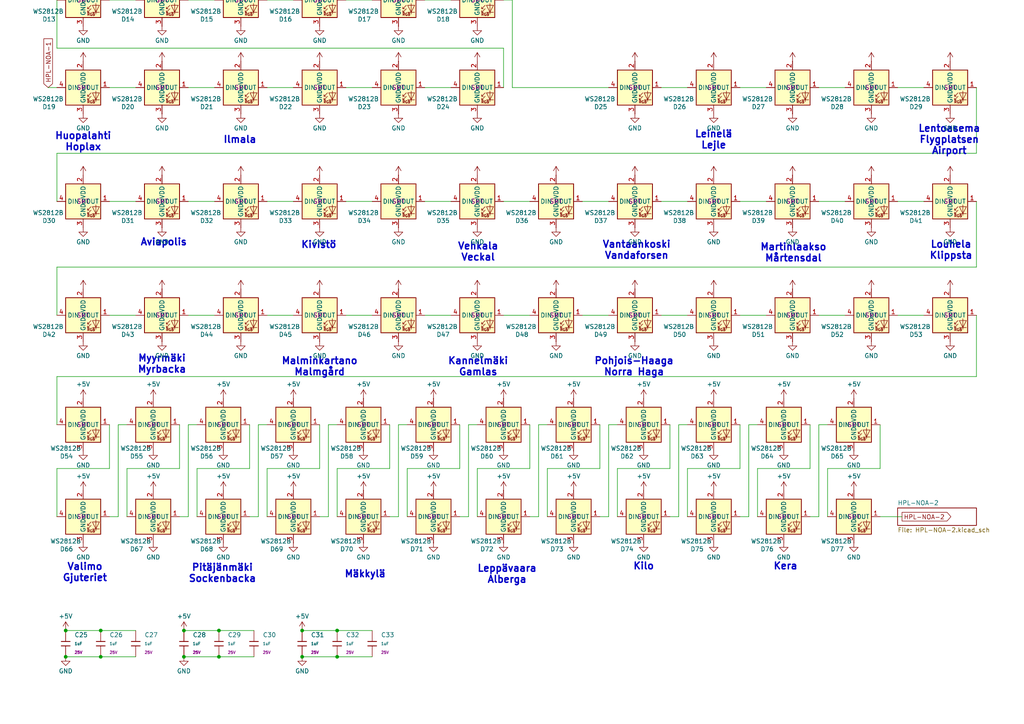
<source format=kicad_sch>
(kicad_sch (version 20250114) (generator "eeschema") (generator_version "9.0")
  (paper "A4")
  (title_block (title "Helsinki Region Live Train Map") (date "2025-06-28") (rev "1") (comment 1 "©Chris Dirks & Unto Ahti") (comment 2 "MIT License"))
  (text "Kannelmäki\nGamlas\n" (at 138.684 106.426 0) (effects (font (size 2 2) (thickness 0.4) (bold yes))))
  (text "Leinelä\nLejle\n" (at 207.01 40.64 0) (effects (font (size 2 2) (thickness 0.4) (bold yes))))
  (text "Mäkkylä\n" (at 105.918 166.624 0) (effects (font (size 2 2) (thickness 0.4) (bold yes))))
  (text "Aviapolis" (at 47.498 70.358 0) (effects (font (size 2 2) (thickness 0.4) (bold yes))))
  (text "Martinlaakso\nMårtensdal" (at 230.124 73.406 0) (effects (font (size 2 2) (thickness 0.4) (bold yes))))
  (text "Pitäjänmäki\nSockenbacka" (at 64.516 166.37 0) (effects (font (size 2 2) (thickness 0.4) (bold yes))))
  (text "Louhela\nKlippsta" (at 275.844 72.644 0) (effects (font (size 2 2) (thickness 0.4) (bold yes))))
  (text "Valimo\nGjuteriet\n" (at 24.638 166.116 0) (effects (font (size 2 2) (thickness 0.4) (bold yes))))
  (text "Lentoasema\nFlygplatsen\nAirport" (at 275.336 40.64 0) (effects (font (size 2 2) (thickness 0.4) (bold yes))))
  (text "Malminkartano\nMalmgård" (at 92.71 106.426 0) (effects (font (size 2 2) (thickness 0.4) (bold yes))))
  (text "Pohjois-Haaga\nNorra Haga" (at 183.896 106.426 0) (effects (font (size 2 2) (thickness 0.4) (bold yes))))
  (text "Vantaankoski\nVandaforsen" (at 184.658 72.644 0) (effects (font (size 2 2) (thickness 0.4) (bold yes))))
  (text "Kera" (at 227.838 164.338 0) (effects (font (size 2 2) (thickness 0.4) (bold yes))))
  (text "Myyrmäki\nMyrbacka" (at 46.99 105.664 0) (effects (font (size 2 2) (thickness 0.4) (bold yes))))
  (text "Huopalahti\nHoplax\n" (at 24.13 41.148 0) (effects (font (size 2 2) (thickness 0.4) (bold yes))))
  (text "Kilo" (at 186.69 164.338 0) (effects (font (size 2 2) (thickness 0.4) (bold yes))))
  (text "Vehkala\nVeckal" (at 138.684 73.152 0) (effects (font (size 2 2) (thickness 0.4) (bold yes))))
  (text "Leppävaara\nAlberga" (at 147.066 166.624 0) (effects (font (size 2 2) (thickness 0.4) (bold yes))))
  (text "Ilmala" (at 69.596 40.64 0) (effects (font (size 2 2) (thickness 0.4) (bold yes))))
  (text "Kivistö" (at 92.456 71.12 0) (effects (font (size 2 2) (thickness 0.4) (bold yes))))
  (junction (at 53.34 190.5))
  (junction (at 19.05 190.5))
  (junction (at 97.79 190.5))
  (junction (at 63.5 190.5))
  (junction (at 29.21 190.5))
  (junction (at 97.79 182.88))
  (junction (at 29.21 182.88))
  (junction (at 87.63 182.88))
  (junction (at 53.34 182.88))
  (junction (at 19.05 182.88))
  (junction (at 63.5 182.88))
  (junction (at 87.63 190.5))
  (wire (pts (xy 130.81 58.42) (xy 123.19 58.42)))
  (wire (pts (xy 158.75 149.86) (xy 158.75 135.89)))
  (wire (pts (xy 217.17 149.86) (xy 217.17 123.19)))
  (wire (pts (xy 29.21 182.88) (xy 39.37 182.88)))
  (wire (pts (xy 16.51 77.47) (xy 16.51 91.44)))
  (wire (pts (xy 176.53 149.86) (xy 173.99 149.86)))
  (wire (pts (xy 146.05 0) (xy 148.59 0)))
  (wire (pts (xy 240.03 149.86) (xy 240.03 135.89)))
  (wire (pts (xy 199.39 149.86) (xy 199.39 135.89)))
  (wire (pts (xy 16.51 44.45) (xy 16.51 58.42)))
  (wire (pts (xy 54.61 149.86) (xy 54.61 123.19)))
  (wire (pts (xy 100.33 25.4) (xy 107.95 25.4)))
  (wire (pts (xy 153.67 58.42) (xy 146.05 58.42)))
  (wire (pts (xy 156.21 123.19) (xy 158.75 123.19)))
  (wire (pts (xy 138.43 135.89) (xy 153.67 135.89)))
  (wire (pts (xy 217.17 149.86) (xy 214.63 149.86)))
  (wire (pts (xy 168.91 91.44) (xy 176.53 91.44)))
  (wire (pts (xy 39.37 0) (xy 31.75 0)))
  (wire (pts (xy 77.47 149.86) (xy 77.47 135.89)))
  (wire (pts (xy 54.61 123.19) (xy 57.15 123.19)))
  (wire (pts (xy 199.39 135.89) (xy 214.63 135.89)))
  (wire (pts (xy 191.77 58.42) (xy 199.39 58.42)))
  (wire (pts (xy 13.97 25.4) (xy 16.51 25.4)))
  (wire (pts (xy 34.29 149.86) (xy 31.75 149.86)))
  (wire (pts (xy 245.11 91.44) (xy 237.49 91.44)))
  (wire (pts (xy 19.05 190.5) (xy 29.21 190.5)))
  (wire (pts (xy 179.07 135.89) (xy 194.31 135.89)))
  (wire (pts (xy 97.79 182.88) (xy 107.95 182.88)))
  (wire (pts (xy 179.07 149.86) (xy 179.07 135.89)))
  (wire (pts (xy 31.75 91.44) (xy 39.37 91.44)))
  (wire (pts (xy 57.15 135.89) (xy 72.39 135.89)))
  (wire (pts (xy 95.25 149.86) (xy 92.71 149.86)))
  (wire (pts (xy 260.35 91.44) (xy 267.97 91.44)))
  (wire (pts (xy 173.99 135.89) (xy 173.99 123.19)))
  (wire (pts (xy 85.09 91.44) (xy 77.47 91.44)))
  (wire (pts (xy 63.5 182.88) (xy 73.66 182.88)))
  (wire (pts (xy 267.97 25.4) (xy 260.35 25.4)))
  (wire (pts (xy 97.79 190.5) (xy 107.95 190.5)))
  (wire (pts (xy 237.49 149.86) (xy 237.49 123.19)))
  (wire (pts (xy 52.07 135.89) (xy 52.07 123.19)))
  (wire (pts (xy 237.49 58.42) (xy 245.11 58.42)))
  (wire (pts (xy 16.51 123.19) (xy 16.51 109.22)))
  (wire (pts (xy 16.51 44.45) (xy 283.21 44.45)))
  (wire (pts (xy 240.03 135.89) (xy 255.27 135.89)))
  (wire (pts (xy 283.21 91.44) (xy 283.21 109.22)))
  (wire (pts (xy 133.35 135.89) (xy 133.35 123.19)))
  (wire (pts (xy 135.89 123.19) (xy 138.43 123.19)))
  (wire (pts (xy 118.11 149.86) (xy 118.11 135.89)))
  (wire (pts (xy 34.29 123.19) (xy 36.83 123.19)))
  (wire (pts (xy 148.59 25.4) (xy 176.53 25.4)))
  (wire (pts (xy 53.34 190.5) (xy 63.5 190.5)))
  (wire (pts (xy 130.81 91.44) (xy 123.19 91.44)))
  (wire (pts (xy 255.27 135.89) (xy 255.27 123.19)))
  (wire (pts (xy 153.67 91.44) (xy 146.05 91.44)))
  (wire (pts (xy 148.59 0) (xy 148.59 25.4)))
  (wire (pts (xy 222.25 25.4) (xy 214.63 25.4)))
  (wire (pts (xy 16.51 149.86) (xy 16.51 135.89)))
  (wire (pts (xy 54.61 149.86) (xy 52.07 149.86)))
  (wire (pts (xy 196.85 149.86) (xy 196.85 123.19)))
  (wire (pts (xy 115.57 149.86) (xy 113.03 149.86)))
  (wire (pts (xy 34.29 149.86) (xy 34.29 123.19)))
  (wire (pts (xy 234.95 135.89) (xy 234.95 123.19)))
  (wire (pts (xy 16.51 77.47) (xy 283.21 77.47)))
  (wire (pts (xy 19.05 182.88) (xy 29.21 182.88)))
  (wire (pts (xy 156.21 149.86) (xy 153.67 149.86)))
  (wire (pts (xy 95.25 149.86) (xy 95.25 123.19)))
  (wire (pts (xy 113.03 135.89) (xy 113.03 123.19)))
  (wire (pts (xy 176.53 149.86) (xy 176.53 123.19)))
  (wire (pts (xy 146.05 13.97) (xy 16.51 13.97)))
  (wire (pts (xy 85.09 58.42) (xy 77.47 58.42)))
  (wire (pts (xy 191.77 25.4) (xy 199.39 25.4)))
  (wire (pts (xy 237.49 123.19) (xy 240.03 123.19)))
  (wire (pts (xy 138.43 149.86) (xy 138.43 135.89)))
  (wire (pts (xy 107.95 58.42) (xy 100.33 58.42)))
  (wire (pts (xy 255.27 149.86) (xy 261.62 149.86)))
  (wire (pts (xy 74.93 123.19) (xy 77.47 123.19)))
  (wire (pts (xy 97.79 149.86) (xy 97.79 135.89)))
  (wire (pts (xy 16.51 13.97) (xy 16.51 0)))
  (wire (pts (xy 158.75 135.89) (xy 173.99 135.89)))
  (wire (pts (xy 219.71 135.89) (xy 234.95 135.89)))
  (wire (pts (xy 176.53 58.42) (xy 168.91 58.42)))
  (wire (pts (xy 194.31 123.19) (xy 194.31 135.89)))
  (wire (pts (xy 87.63 182.88) (xy 97.79 182.88)))
  (wire (pts (xy 219.71 149.86) (xy 219.71 135.89)))
  (wire (pts (xy 62.23 91.44) (xy 54.61 91.44)))
  (wire (pts (xy 74.93 149.86) (xy 72.39 149.86)))
  (wire (pts (xy 36.83 149.86) (xy 36.83 135.89)))
  (wire (pts (xy 53.34 182.88) (xy 63.5 182.88)))
  (wire (pts (xy 283.21 58.42) (xy 283.21 77.47)))
  (wire (pts (xy 237.49 149.86) (xy 234.95 149.86)))
  (wire (pts (xy 135.89 149.86) (xy 135.89 123.19)))
  (wire (pts (xy 31.75 135.89) (xy 31.75 123.19)))
  (wire (pts (xy 118.11 135.89) (xy 133.35 135.89)))
  (wire (pts (xy 77.47 135.89) (xy 92.71 135.89)))
  (wire (pts (xy 16.51 135.89) (xy 31.75 135.89)))
  (wire (pts (xy 153.67 135.89) (xy 153.67 123.19)))
  (wire (pts (xy 107.95 0) (xy 100.33 0)))
  (wire (pts (xy 85.09 0) (xy 77.47 0)))
  (wire (pts (xy 74.93 149.86) (xy 74.93 123.19)))
  (wire (pts (xy 146.05 25.4) (xy 146.05 13.97)))
  (wire (pts (xy 130.81 0) (xy 123.19 0)))
  (wire (pts (xy 196.85 149.86) (xy 194.31 149.86)))
  (wire (pts (xy 156.21 149.86) (xy 156.21 123.19)))
  (wire (pts (xy 63.5 190.5) (xy 73.66 190.5)))
  (wire (pts (xy 135.89 149.86) (xy 133.35 149.86)))
  (wire (pts (xy 283.21 25.4) (xy 283.21 44.45)))
  (wire (pts (xy 57.15 149.86) (xy 57.15 135.89)))
  (wire (pts (xy 54.61 25.4) (xy 62.23 25.4)))
  (wire (pts (xy 95.25 123.19) (xy 97.79 123.19)))
  (wire (pts (xy 16.51 109.22) (xy 283.21 109.22)))
  (wire (pts (xy 115.57 123.19) (xy 118.11 123.19)))
  (wire (pts (xy 123.19 25.4) (xy 130.81 25.4)))
  (wire (pts (xy 107.95 91.44) (xy 100.33 91.44)))
  (wire (pts (xy 217.17 123.19) (xy 219.71 123.19)))
  (wire (pts (xy 87.63 190.5) (xy 97.79 190.5)))
  (wire (pts (xy 97.79 135.89) (xy 113.03 135.89)))
  (wire (pts (xy 237.49 25.4) (xy 245.11 25.4)))
  (wire (pts (xy 54.61 0) (xy 62.23 0)))
  (wire (pts (xy 267.97 58.42) (xy 260.35 58.42)))
  (wire (pts (xy 214.63 91.44) (xy 222.25 91.44)))
  (wire (pts (xy 214.63 135.89) (xy 214.63 123.19)))
  (wire (pts (xy 196.85 123.19) (xy 199.39 123.19)))
  (wire (pts (xy 85.09 25.4) (xy 77.47 25.4)))
  (wire (pts (xy 39.37 58.42) (xy 31.75 58.42)))
  (wire (pts (xy 72.39 135.89) (xy 72.39 123.19)))
  (wire (pts (xy 222.25 58.42) (xy 214.63 58.42)))
  (wire (pts (xy 36.83 135.89) (xy 52.07 135.89)))
  (wire (pts (xy 39.37 25.4) (xy 31.75 25.4)))
  (wire (pts (xy 176.53 123.19) (xy 179.07 123.19)))
  (wire (pts (xy 199.39 91.44) (xy 191.77 91.44)))
  (wire (pts (xy 29.21 190.5) (xy 39.37 190.5)))
  (wire (pts (xy 92.71 135.89) (xy 92.71 123.19)))
  (wire (pts (xy 115.57 149.86) (xy 115.57 123.19)))
  (wire (pts (xy 54.61 58.42) (xy 62.23 58.42)))
  (global_label "HPL-NOA-1" (shape input) (at 13.97 25.4 90) (property "Intersheetrefs" "${INTERSHEET_REFS}" (effects (hide yes))))
  (global_label "HPL-NOA-2" (shape output) (at 261.62 149.86 0) (property "Intersheetrefs" "${INTERSHEET_REFS}" (effects (hide yes))))
  (symbol (lib_id "power:GND") (at 46.99 33.02 0) (unit 1)
    (property "Reference" "#PWR096" (effects (hide yes)))
    (property "Value" "GND" (at 46.99 37.1531 0))
    (property "Description" "Power symbol creates a global label with name \"GND\" , ground" (effects (hide yes)))
  )
  (symbol (lib_id "PCM_JLCPCB-Capacitors:0402,1uF") (at 73.66 186.69 0) (unit 1)
    (property "Reference" "C30" (at 76.2 184.1499 0) (effects (justify left)))
    (property "Value" "1uF" (at 76.2 186.69 0) (effects (font (size 0.8 0.8)) (justify left)))
    (property "Footprint" "PCM_JLCPCB:C_0402" (effects (hide yes)))
    (property "Datasheet" "https://www.lcsc.com/datasheet/lcsc_datasheet_2304140030_Samsung-Electro-Mechanics-CL05A105KA5NQNC_C52923.pdf" (effects (hide yes)))
    (property "Description" "25V 1uF X5R ±10% 0402 Multilayer Ceramic Capacitors MLCC - SMD/SMT ROHS" (effects (hide yes)))
    (property "LCSC" "C52923" (effects (hide yes)))
    (property "Stock" "7151069" (effects (hide yes)))
    (property "Price" "0.006USD" (effects (hide yes)))
    (property "Process" "SMT" (effects (hide yes)))
    (property "Minimum Qty" "20" (effects (hide yes)))
    (property "Attrition Qty" "10" (effects (hide yes)))
    (property "Class" "Basic Component" (effects (hide yes)))
    (property "Category" "Capacitors,Multilayer Ceramic Capacitors MLCC - SMD/SMT" (effects (hide yes)))
    (property "Manufacturer" "Samsung Electro-Mechanics" (effects (hide yes)))
    (property "Part" "CL05A105KA5NQNC" (effects (hide yes)))
    (property "Voltage Rated" "25V" (at 76.2 189.23 0) (effects (font (size 0.8 0.8)) (justify left)))
    (property "Tolerance" "±10%" (effects (hide yes)))
    (property "Capacitance" "1uF" (effects (hide yes)))
    (property "Temperature Coefficient" "X5R" (effects (hide yes)))
  )
  (symbol (lib_id "PCM_JLCPCB-Extended:LED, WS2812B, 1615") (at 125.73 123.19 0) (unit 1)
    (property "Reference" "D59" (at 120.904 132.334 0))
    (property "Value" "WS2812B" (at 120.65 130.048 0))
    (property "Footprint" "PCM_JLCPCB:LED-SMD_4P-L1.6-W1.5_XL-1615RGBC-WS2812B" (effects (hide yes)))
    (property "Datasheet" "https://atta.szlcsc.com/upload/public/pdf/source/20230111/5AD58278EBED6B6650A81C53A19BF314.pdf" (effects (hide yes)))
    (property "Description" "1615 RGB LEDs(Built-in IC) ROHS" (effects (hide yes)))
    (property "LCSC" "C5349954" (effects (hide yes)))
    (property "Part" "XL-1615RGBC-WS2812B" (effects (hide yes)))
    (property "Manufacturer" "XINGLIGHT" (effects (hide yes)))
    (property "Process" "SMT" (at 125.73 123.19 0))
  )
  (symbol (lib_id "PCM_JLCPCB-Extended:LED, WS2812B, 1615") (at 207.01 149.86 0) (unit 1)
    (property "Reference" "D75" (at 202.184 159.258 0))
    (property "Value" "WS2812B" (at 201.93 156.972 0))
    (property "Footprint" "PCM_JLCPCB:LED-SMD_4P-L1.6-W1.5_XL-1615RGBC-WS2812B" (effects (hide yes)))
    (property "Datasheet" "https://atta.szlcsc.com/upload/public/pdf/source/20230111/5AD58278EBED6B6650A81C53A19BF314.pdf" (effects (hide yes)))
    (property "Description" "1615 RGB LEDs(Built-in IC) ROHS" (effects (hide yes)))
    (property "LCSC" "C5349954" (effects (hide yes)))
    (property "Part" "XL-1615RGBC-WS2812B" (effects (hide yes)))
    (property "Manufacturer" "XINGLIGHT" (effects (hide yes)))
    (property "Process" "SMT" (at 207.01 149.86 0))
  )
  (symbol (lib_id "power:GND") (at 115.57 7.62 0) (unit 1)
    (property "Reference" "#PWR082" (effects (hide yes)))
    (property "Value" "GND" (at 115.57 11.7531 0))
    (property "Description" "Power symbol creates a global label with name \"GND\" , ground" (effects (hide yes)))
  )
  (symbol (lib_id "power:GND") (at 92.71 66.04 0) (unit 1)
    (property "Reference" "#PWR0121" (effects (hide yes)))
    (property "Value" "GND" (at 92.71 70.1731 0))
    (property "Description" "Power symbol creates a global label with name \"GND\" , ground" (effects (hide yes)))
  )
  (symbol (lib_id "power:GND") (at 186.69 130.81 0) (unit 1)
    (property "Reference" "#PWR0174" (effects (hide yes)))
    (property "Value" "GND" (at 186.69 134.9431 0))
    (property "Description" "Power symbol creates a global label with name \"GND\" , ground" (effects (hide yes)))
  )
  (symbol (lib_id "PCM_JLCPCB-Extended:LED, WS2812B, 1615") (at 252.73 58.42 0) (unit 1)
    (property "Reference" "D40" (at 242.824 64.008 0))
    (property "Value" "WS2812B" (at 242.57 61.722 0))
    (property "Footprint" "PCM_JLCPCB:LED-SMD_4P-L1.6-W1.5_XL-1615RGBC-WS2812B" (effects (hide yes)))
    (property "Datasheet" "https://atta.szlcsc.com/upload/public/pdf/source/20230111/5AD58278EBED6B6650A81C53A19BF314.pdf" (effects (hide yes)))
    (property "Description" "1615 RGB LEDs(Built-in IC) ROHS" (effects (hide yes)))
    (property "LCSC" "C5349954" (effects (hide yes)))
    (property "Part" "XL-1615RGBC-WS2812B" (effects (hide yes)))
    (property "Manufacturer" "XINGLIGHT" (effects (hide yes)))
    (property "Process" "SMT" (at 252.73 58.42 0))
  )
  (symbol (lib_id "PCM_JLCPCB-Capacitors:0402,1uF") (at 63.5 186.69 0) (unit 1)
    (property "Reference" "C29" (at 66.04 184.1499 0) (effects (justify left)))
    (property "Value" "1uF" (at 66.04 186.69 0) (effects (font (size 0.8 0.8)) (justify left)))
    (property "Footprint" "PCM_JLCPCB:C_0402" (effects (hide yes)))
    (property "Datasheet" "https://www.lcsc.com/datasheet/lcsc_datasheet_2304140030_Samsung-Electro-Mechanics-CL05A105KA5NQNC_C52923.pdf" (effects (hide yes)))
    (property "Description" "25V 1uF X5R ±10% 0402 Multilayer Ceramic Capacitors MLCC - SMD/SMT ROHS" (effects (hide yes)))
    (property "LCSC" "C52923" (effects (hide yes)))
    (property "Stock" "7151069" (effects (hide yes)))
    (property "Price" "0.006USD" (effects (hide yes)))
    (property "Process" "SMT" (effects (hide yes)))
    (property "Minimum Qty" "20" (effects (hide yes)))
    (property "Attrition Qty" "10" (effects (hide yes)))
    (property "Class" "Basic Component" (effects (hide yes)))
    (property "Category" "Capacitors,Multilayer Ceramic Capacitors MLCC - SMD/SMT" (effects (hide yes)))
    (property "Manufacturer" "Samsung Electro-Mechanics" (effects (hide yes)))
    (property "Part" "CL05A105KA5NQNC" (effects (hide yes)))
    (property "Voltage Rated" "25V" (at 66.04 189.23 0) (effects (font (size 0.8 0.8)) (justify left)))
    (property "Tolerance" "±10%" (effects (hide yes)))
    (property "Capacitance" "1uF" (effects (hide yes)))
    (property "Temperature Coefficient" "X5R" (effects (hide yes)))
  )
  (symbol (lib_id "power:GND") (at 85.09 130.81 0) (unit 1)
    (property "Reference" "#PWR0169" (effects (hide yes)))
    (property "Value" "GND" (at 85.09 134.9431 0))
    (property "Description" "Power symbol creates a global label with name \"GND\" , ground" (effects (hide yes)))
  )
  (symbol (lib_id "power:GND") (at 105.41 130.81 0) (unit 1)
    (property "Reference" "#PWR0170" (effects (hide yes)))
    (property "Value" "GND" (at 105.41 134.9431 0))
    (property "Description" "Power symbol creates a global label with name \"GND\" , ground" (effects (hide yes)))
  )
  (symbol (lib_id "PCM_JLCPCB-Extended:LED, WS2812B, 1615") (at 92.71 0 0) (unit 1)
    (property "Reference" "D16" (at 82.804 5.588 0))
    (property "Value" "WS2812B" (at 82.55 3.302 0))
    (property "Footprint" "PCM_JLCPCB:LED-SMD_4P-L1.6-W1.5_XL-1615RGBC-WS2812B" (effects (hide yes)))
    (property "Datasheet" "https://atta.szlcsc.com/upload/public/pdf/source/20230111/5AD58278EBED6B6650A81C53A19BF314.pdf" (effects (hide yes)))
    (property "Description" "1615 RGB LEDs(Built-in IC) ROHS" (effects (hide yes)))
    (property "LCSC" "C5349954" (effects (hide yes)))
    (property "Part" "XL-1615RGBC-WS2812B" (effects (hide yes)))
    (property "Manufacturer" "XINGLIGHT" (effects (hide yes)))
    (property "Process" "SMT" (at 92.71 0 0))
  )
  (symbol (lib_id "power:+5V") (at 46.99 50.8 0) (unit 1)
    (property "Reference" "#PWR0107" (effects (hide yes)))
    (property "Value" "+5V" (effects (hide yes)))
    (property "Description" "Power symbol creates a global label with name \"+5V\"" (effects (hide yes)))
  )
  (symbol (lib_id "PCM_JLCPCB-Extended:LED, WS2812B, 1615") (at 44.45 149.86 0) (unit 1)
    (property "Reference" "D67" (at 39.624 159.258 0))
    (property "Value" "WS2812B" (at 39.37 156.972 0))
    (property "Footprint" "PCM_JLCPCB:LED-SMD_4P-L1.6-W1.5_XL-1615RGBC-WS2812B" (effects (hide yes)))
    (property "Datasheet" "https://atta.szlcsc.com/upload/public/pdf/source/20230111/5AD58278EBED6B6650A81C53A19BF314.pdf" (effects (hide yes)))
    (property "Description" "1615 RGB LEDs(Built-in IC) ROHS" (effects (hide yes)))
    (property "LCSC" "C5349954" (effects (hide yes)))
    (property "Part" "XL-1615RGBC-WS2812B" (effects (hide yes)))
    (property "Manufacturer" "XINGLIGHT" (effects (hide yes)))
    (property "Process" "SMT" (at 44.45 149.86 0))
  )
  (symbol (lib_id "power:+5V") (at 252.73 83.82 0) (unit 1)
    (property "Reference" "#PWR0140" (effects (hide yes)))
    (property "Value" "+5V" (effects (hide yes)))
    (property "Description" "Power symbol creates a global label with name \"+5V\"" (effects (hide yes)))
  )
  (symbol (lib_id "power:+5V") (at 92.71 17.78 0) (unit 1)
    (property "Reference" "#PWR087" (effects (hide yes)))
    (property "Value" "+5V" (effects (hide yes)))
    (property "Description" "Power symbol creates a global label with name \"+5V\"" (effects (hide yes)))
  )
  (symbol (lib_id "power:+5V") (at 275.59 17.78 0) (unit 1)
    (property "Reference" "#PWR094" (effects (hide yes)))
    (property "Value" "+5V" (effects (hide yes)))
    (property "Description" "Power symbol creates a global label with name \"+5V\"" (effects (hide yes)))
  )
  (symbol (lib_id "PCM_JLCPCB-Extended:LED, WS2812B, 1615") (at 138.43 91.44 0) (unit 1)
    (property "Reference" "D47" (at 128.524 97.028 0))
    (property "Value" "WS2812B" (at 128.27 94.742 0))
    (property "Footprint" "PCM_JLCPCB:LED-SMD_4P-L1.6-W1.5_XL-1615RGBC-WS2812B" (effects (hide yes)))
    (property "Datasheet" "https://atta.szlcsc.com/upload/public/pdf/source/20230111/5AD58278EBED6B6650A81C53A19BF314.pdf" (effects (hide yes)))
    (property "Description" "1615 RGB LEDs(Built-in IC) ROHS" (effects (hide yes)))
    (property "LCSC" "C5349954" (effects (hide yes)))
    (property "Part" "XL-1615RGBC-WS2812B" (effects (hide yes)))
    (property "Manufacturer" "XINGLIGHT" (effects (hide yes)))
    (property "Process" "SMT" (at 138.43 91.44 0))
  )
  (symbol (lib_id "PCM_JLCPCB-Extended:LED, WS2812B, 1615") (at 115.57 25.4 0) (unit 1)
    (property "Reference" "D23" (at 105.664 30.988 0))
    (property "Value" "WS2812B" (at 105.41 28.702 0))
    (property "Footprint" "PCM_JLCPCB:LED-SMD_4P-L1.6-W1.5_XL-1615RGBC-WS2812B" (effects (hide yes)))
    (property "Datasheet" "https://atta.szlcsc.com/upload/public/pdf/source/20230111/5AD58278EBED6B6650A81C53A19BF314.pdf" (effects (hide yes)))
    (property "Description" "1615 RGB LEDs(Built-in IC) ROHS" (effects (hide yes)))
    (property "LCSC" "C5349954" (effects (hide yes)))
    (property "Part" "XL-1615RGBC-WS2812B" (effects (hide yes)))
    (property "Manufacturer" "XINGLIGHT" (effects (hide yes)))
    (property "Process" "SMT" (at 115.57 25.4 0))
  )
  (symbol (lib_id "PCM_JLCPCB-Extended:LED, WS2812B, 1615") (at 161.29 58.42 0) (unit 1)
    (property "Reference" "D36" (at 151.384 64.008 0))
    (property "Value" "WS2812B" (at 151.13 61.722 0))
    (property "Footprint" "PCM_JLCPCB:LED-SMD_4P-L1.6-W1.5_XL-1615RGBC-WS2812B" (effects (hide yes)))
    (property "Datasheet" "https://atta.szlcsc.com/upload/public/pdf/source/20230111/5AD58278EBED6B6650A81C53A19BF314.pdf" (effects (hide yes)))
    (property "Description" "1615 RGB LEDs(Built-in IC) ROHS" (effects (hide yes)))
    (property "LCSC" "C5349954" (effects (hide yes)))
    (property "Part" "XL-1615RGBC-WS2812B" (effects (hide yes)))
    (property "Manufacturer" "XINGLIGHT" (effects (hide yes)))
    (property "Process" "SMT" (at 161.29 58.42 0))
  )
  (symbol (lib_id "PCM_JLCPCB-Extended:LED, WS2812B, 1615") (at 207.01 25.4 0) (unit 1)
    (property "Reference" "D26" (at 197.104 30.988 0))
    (property "Value" "WS2812B" (at 196.85 28.702 0))
    (property "Footprint" "PCM_JLCPCB:LED-SMD_4P-L1.6-W1.5_XL-1615RGBC-WS2812B" (effects (hide yes)))
    (property "Datasheet" "https://atta.szlcsc.com/upload/public/pdf/source/20230111/5AD58278EBED6B6650A81C53A19BF314.pdf" (effects (hide yes)))
    (property "Description" "1615 RGB LEDs(Built-in IC) ROHS" (effects (hide yes)))
    (property "LCSC" "C5349954" (effects (hide yes)))
    (property "Part" "XL-1615RGBC-WS2812B" (effects (hide yes)))
    (property "Manufacturer" "XINGLIGHT" (effects (hide yes)))
    (property "Process" "SMT" (at 207.01 25.4 0))
  )
  (symbol (lib_id "PCM_JLCPCB-Extended:LED, WS2812B, 1615") (at 252.73 91.44 0) (unit 1)
    (property "Reference" "D52" (at 242.824 97.028 0))
    (property "Value" "WS2812B" (at 242.57 94.742 0))
    (property "Footprint" "PCM_JLCPCB:LED-SMD_4P-L1.6-W1.5_XL-1615RGBC-WS2812B" (effects (hide yes)))
    (property "Datasheet" "https://atta.szlcsc.com/upload/public/pdf/source/20230111/5AD58278EBED6B6650A81C53A19BF314.pdf" (effects (hide yes)))
    (property "Description" "1615 RGB LEDs(Built-in IC) ROHS" (effects (hide yes)))
    (property "LCSC" "C5349954" (effects (hide yes)))
    (property "Part" "XL-1615RGBC-WS2812B" (effects (hide yes)))
    (property "Manufacturer" "XINGLIGHT" (effects (hide yes)))
    (property "Process" "SMT" (at 252.73 91.44 0))
  )
  (symbol (lib_id "power:+5V") (at 24.13 115.57 0) (unit 1)
    (property "Reference" "#PWR0154" (effects (hide yes)))
    (property "Value" "+5V" (at 24.13 111.4369 0))
    (property "Description" "Power symbol creates a global label with name \"+5V\"" (effects (hide yes)))
  )
  (symbol (lib_id "PCM_JLCPCB-Extended:LED, WS2812B, 1615") (at 69.85 58.42 0) (unit 1)
    (property "Reference" "D32" (at 59.944 64.008 0))
    (property "Value" "WS2812B" (at 59.69 61.722 0))
    (property "Footprint" "PCM_JLCPCB:LED-SMD_4P-L1.6-W1.5_XL-1615RGBC-WS2812B" (effects (hide yes)))
    (property "Datasheet" "https://atta.szlcsc.com/upload/public/pdf/source/20230111/5AD58278EBED6B6650A81C53A19BF314.pdf" (effects (hide yes)))
    (property "Description" "1615 RGB LEDs(Built-in IC) ROHS" (effects (hide yes)))
    (property "LCSC" "C5349954" (effects (hide yes)))
    (property "Part" "XL-1615RGBC-WS2812B" (effects (hide yes)))
    (property "Manufacturer" "XINGLIGHT" (effects (hide yes)))
    (property "Process" "SMT" (at 69.85 58.42 0))
  )
  (symbol (lib_id "power:+5V") (at 46.99 17.78 0) (unit 1)
    (property "Reference" "#PWR085" (effects (hide yes)))
    (property "Value" "+5V" (effects (hide yes)))
    (property "Description" "Power symbol creates a global label with name \"+5V\"" (effects (hide yes)))
  )
  (symbol (lib_id "power:+5V") (at 184.15 17.78 0) (unit 1)
    (property "Reference" "#PWR090" (effects (hide yes)))
    (property "Value" "+5V" (effects (hide yes)))
    (property "Description" "Power symbol creates a global label with name \"+5V\"" (effects (hide yes)))
  )
  (symbol (lib_id "PCM_JLCPCB-Extended:LED, WS2812B, 1615") (at 125.73 149.86 0) (unit 1)
    (property "Reference" "D71" (at 120.904 159.258 0))
    (property "Value" "WS2812B" (at 120.65 156.972 0))
    (property "Footprint" "PCM_JLCPCB:LED-SMD_4P-L1.6-W1.5_XL-1615RGBC-WS2812B" (effects (hide yes)))
    (property "Datasheet" "https://atta.szlcsc.com/upload/public/pdf/source/20230111/5AD58278EBED6B6650A81C53A19BF314.pdf" (effects (hide yes)))
    (property "Description" "1615 RGB LEDs(Built-in IC) ROHS" (effects (hide yes)))
    (property "LCSC" "C5349954" (effects (hide yes)))
    (property "Part" "XL-1615RGBC-WS2812B" (effects (hide yes)))
    (property "Manufacturer" "XINGLIGHT" (effects (hide yes)))
    (property "Process" "SMT" (at 125.73 149.86 0))
  )
  (symbol (lib_id "power:+5V") (at 24.13 142.24 0) (unit 1)
    (property "Reference" "#PWR0178" (effects (hide yes)))
    (property "Value" "+5V" (at 24.13 138.1069 0))
    (property "Description" "Power symbol creates a global label with name \"+5V\"" (effects (hide yes)))
  )
  (symbol (lib_id "power:+5V") (at 24.13 83.82 0) (unit 1)
    (property "Reference" "#PWR0130" (effects (hide yes)))
    (property "Value" "+5V" (effects (hide yes)))
    (property "Description" "Power symbol creates a global label with name \"+5V\"" (effects (hide yes)))
  )
  (symbol (lib_id "power:+5V") (at 138.43 17.78 0) (unit 1)
    (property "Reference" "#PWR089" (effects (hide yes)))
    (property "Value" "+5V" (effects (hide yes)))
    (property "Description" "Power symbol creates a global label with name \"+5V\"" (effects (hide yes)))
  )
  (symbol (lib_id "power:GND") (at 24.13 157.48 0) (unit 1)
    (property "Reference" "#PWR0190" (effects (hide yes)))
    (property "Value" "GND" (at 24.13 161.6131 0))
    (property "Description" "Power symbol creates a global label with name \"GND\" , ground" (effects (hide yes)))
  )
  (symbol (lib_id "power:GND") (at 138.43 99.06 0) (unit 1)
    (property "Reference" "#PWR0147" (effects (hide yes)))
    (property "Value" "GND" (at 138.43 103.1931 0))
    (property "Description" "Power symbol creates a global label with name \"GND\" , ground" (effects (hide yes)))
  )
  (symbol (lib_id "power:GND") (at 125.73 157.48 0) (unit 1)
    (property "Reference" "#PWR0195" (effects (hide yes)))
    (property "Value" "GND" (at 125.73 161.6131 0))
    (property "Description" "Power symbol creates a global label with name \"GND\" , ground" (effects (hide yes)))
  )
  (symbol (lib_id "power:+5V") (at 115.57 17.78 0) (unit 1)
    (property "Reference" "#PWR088" (effects (hide yes)))
    (property "Value" "+5V" (effects (hide yes)))
    (property "Description" "Power symbol creates a global label with name \"+5V\"" (effects (hide yes)))
  )
  (symbol (lib_id "power:+5V") (at 125.73 115.57 0) (unit 1)
    (property "Reference" "#PWR0159" (effects (hide yes)))
    (property "Value" "+5V" (at 125.73 111.4369 0))
    (property "Description" "Power symbol creates a global label with name \"+5V\"" (effects (hide yes)))
  )
  (symbol (lib_id "power:GND") (at 69.85 7.62 0) (unit 1)
    (property "Reference" "#PWR080" (effects (hide yes)))
    (property "Value" "GND" (at 69.85 11.7531 0))
    (property "Description" "Power symbol creates a global label with name \"GND\" , ground" (effects (hide yes)))
  )
  (symbol (lib_id "power:GND") (at 229.87 33.02 0) (unit 1)
    (property "Reference" "#PWR0103" (effects (hide yes)))
    (property "Value" "GND" (at 229.87 37.1531 0))
    (property "Description" "Power symbol creates a global label with name \"GND\" , ground" (effects (hide yes)))
  )
  (symbol (lib_id "power:+5V") (at 105.41 142.24 0) (unit 1)
    (property "Reference" "#PWR0182" (effects (hide yes)))
    (property "Value" "+5V" (at 105.41 138.1069 0))
    (property "Description" "Power symbol creates a global label with name \"+5V\"" (effects (hide yes)))
  )
  (symbol (lib_id "power:GND") (at 146.05 130.81 0) (unit 1)
    (property "Reference" "#PWR0172" (effects (hide yes)))
    (property "Value" "GND" (at 146.05 134.9431 0))
    (property "Description" "Power symbol creates a global label with name \"GND\" , ground" (effects (hide yes)))
  )
  (symbol (lib_id "power:+5V") (at 252.73 50.8 0) (unit 1)
    (property "Reference" "#PWR0116" (effects (hide yes)))
    (property "Value" "+5V" (effects (hide yes)))
    (property "Description" "Power symbol creates a global label with name \"+5V\"" (effects (hide yes)))
  )
  (symbol (lib_id "PCM_JLCPCB-Extended:LED, WS2812B, 1615") (at 64.77 149.86 0) (unit 1)
    (property "Reference" "D68" (at 59.944 159.258 0))
    (property "Value" "WS2812B" (at 59.69 156.972 0))
    (property "Footprint" "PCM_JLCPCB:LED-SMD_4P-L1.6-W1.5_XL-1615RGBC-WS2812B" (effects (hide yes)))
    (property "Datasheet" "https://atta.szlcsc.com/upload/public/pdf/source/20230111/5AD58278EBED6B6650A81C53A19BF314.pdf" (effects (hide yes)))
    (property "Description" "1615 RGB LEDs(Built-in IC) ROHS" (effects (hide yes)))
    (property "LCSC" "C5349954" (effects (hide yes)))
    (property "Part" "XL-1615RGBC-WS2812B" (effects (hide yes)))
    (property "Manufacturer" "XINGLIGHT" (effects (hide yes)))
    (property "Process" "SMT" (at 64.77 149.86 0))
  )
  (symbol (lib_id "power:+5V") (at 252.73 17.78 0) (unit 1)
    (property "Reference" "#PWR093" (effects (hide yes)))
    (property "Value" "+5V" (effects (hide yes)))
    (property "Description" "Power symbol creates a global label with name \"+5V\"" (effects (hide yes)))
  )
  (symbol (lib_id "power:GND") (at 227.33 130.81 0) (unit 1)
    (property "Reference" "#PWR0176" (effects (hide yes)))
    (property "Value" "GND" (at 227.33 134.9431 0))
    (property "Description" "Power symbol creates a global label with name \"GND\" , ground" (effects (hide yes)))
  )
  (symbol (lib_id "power:+5V") (at 227.33 142.24 0) (unit 1)
    (property "Reference" "#PWR0188" (effects (hide yes)))
    (property "Value" "+5V" (at 227.33 138.1069 0))
    (property "Description" "Power symbol creates a global label with name \"+5V\"" (effects (hide yes)))
  )
  (symbol (lib_id "power:GND") (at 115.57 33.02 0) (unit 1)
    (property "Reference" "#PWR099" (effects (hide yes)))
    (property "Value" "GND" (at 115.57 37.1531 0))
    (property "Description" "Power symbol creates a global label with name \"GND\" , ground" (effects (hide yes)))
  )
  (symbol (lib_id "PCM_JLCPCB-Extended:LED, WS2812B, 1615") (at 24.13 0 0) (unit 1)
    (property "Reference" "D13" (at 14.224 5.588 0))
    (property "Value" "WS2812B" (at 13.97 3.302 0))
    (property "Footprint" "PCM_JLCPCB:LED-SMD_4P-L1.6-W1.5_XL-1615RGBC-WS2812B" (effects (hide yes)))
    (property "Datasheet" "https://atta.szlcsc.com/upload/public/pdf/source/20230111/5AD58278EBED6B6650A81C53A19BF314.pdf" (effects (hide yes)))
    (property "Description" "1615 RGB LEDs(Built-in IC) ROHS" (effects (hide yes)))
    (property "LCSC" "C5349954" (effects (hide yes)))
    (property "Part" "XL-1615RGBC-WS2812B" (effects (hide yes)))
    (property "Manufacturer" "XINGLIGHT" (effects (hide yes)))
    (property "Process" "SMT" (at 24.13 0 0))
  )
  (symbol (lib_id "power:+5V") (at 186.69 115.57 0) (unit 1)
    (property "Reference" "#PWR0162" (effects (hide yes)))
    (property "Value" "+5V" (at 186.69 111.4369 0))
    (property "Description" "Power symbol creates a global label with name \"+5V\"" (effects (hide yes)))
  )
  (symbol (lib_id "power:GND") (at 44.45 130.81 0) (unit 1)
    (property "Reference" "#PWR0167" (effects (hide yes)))
    (property "Value" "GND" (at 44.45 134.9431 0))
    (property "Description" "Power symbol creates a global label with name \"GND\" , ground" (effects (hide yes)))
  )
  (symbol (lib_id "power:+5V") (at 105.41 115.57 0) (unit 1)
    (property "Reference" "#PWR0158" (effects (hide yes)))
    (property "Value" "+5V" (at 105.41 111.4369 0))
    (property "Description" "Power symbol creates a global label with name \"+5V\"" (effects (hide yes)))
  )
  (symbol (lib_id "power:GND") (at 275.59 33.02 0) (unit 1)
    (property "Reference" "#PWR0105" (effects (hide yes)))
    (property "Value" "GND" (at 275.59 37.1531 0))
    (property "Description" "Power symbol creates a global label with name \"GND\" , ground" (effects (hide yes)))
  )
  (symbol (lib_id "PCM_JLCPCB-Extended:LED, WS2812B, 1615") (at 85.09 149.86 0) (unit 1)
    (property "Reference" "D69" (at 80.264 159.258 0))
    (property "Value" "WS2812B" (at 80.01 156.972 0))
    (property "Footprint" "PCM_JLCPCB:LED-SMD_4P-L1.6-W1.5_XL-1615RGBC-WS2812B" (effects (hide yes)))
    (property "Datasheet" "https://atta.szlcsc.com/upload/public/pdf/source/20230111/5AD58278EBED6B6650A81C53A19BF314.pdf" (effects (hide yes)))
    (property "Description" "1615 RGB LEDs(Built-in IC) ROHS" (effects (hide yes)))
    (property "LCSC" "C5349954" (effects (hide yes)))
    (property "Part" "XL-1615RGBC-WS2812B" (effects (hide yes)))
    (property "Manufacturer" "XINGLIGHT" (effects (hide yes)))
    (property "Process" "SMT" (at 85.09 149.86 0))
  )
  (symbol (lib_id "power:+5V") (at 247.65 142.24 0) (unit 1)
    (property "Reference" "#PWR0189" (effects (hide yes)))
    (property "Value" "+5V" (at 247.65 138.1069 0))
    (property "Description" "Power symbol creates a global label with name \"+5V\"" (effects (hide yes)))
  )
  (symbol (lib_id "power:+5V") (at 92.71 -7.62 0) (unit 1)
    (property "Reference" "#PWR075" (effects (hide yes)))
    (property "Value" "+5V" (effects (hide yes)))
    (property "Description" "Power symbol creates a global label with name \"+5V\"" (effects (hide yes)))
  )
  (symbol (lib_id "power:+5V") (at 229.87 17.78 0) (unit 1)
    (property "Reference" "#PWR092" (effects (hide yes)))
    (property "Value" "+5V" (effects (hide yes)))
    (property "Description" "Power symbol creates a global label with name \"+5V\"" (effects (hide yes)))
  )
  (symbol (lib_id "power:+5V") (at 85.09 142.24 0) (unit 1)
    (property "Reference" "#PWR0181" (effects (hide yes)))
    (property "Value" "+5V" (at 85.09 138.1069 0))
    (property "Description" "Power symbol creates a global label with name \"+5V\"" (effects (hide yes)))
  )
  (symbol (lib_id "power:GND") (at 53.34 190.5 0) (unit 1)
    (property "Reference" "#PWR0206" (effects (hide yes)))
    (property "Value" "GND" (at 53.34 194.6331 0))
    (property "Description" "Power symbol creates a global label with name \"GND\" , ground" (effects (hide yes)))
  )
  (symbol (lib_id "power:+5V") (at 53.34 182.88 0) (unit 1)
    (property "Reference" "#PWR0203" (effects (hide yes)))
    (property "Value" "+5V" (at 53.34 178.7469 0))
    (property "Description" "Power symbol creates a global label with name \"+5V\"" (effects (hide yes)))
  )
  (symbol (lib_id "power:+5V") (at 207.01 142.24 0) (unit 1)
    (property "Reference" "#PWR0187" (effects (hide yes)))
    (property "Value" "+5V" (at 207.01 138.1069 0))
    (property "Description" "Power symbol creates a global label with name \"+5V\"" (effects (hide yes)))
  )
  (symbol (lib_id "PCM_JLCPCB-Extended:LED, WS2812B, 1615") (at 166.37 123.19 0) (unit 1)
    (property "Reference" "D61" (at 161.544 132.334 0))
    (property "Value" "WS2812B" (at 161.29 130.048 0))
    (property "Footprint" "PCM_JLCPCB:LED-SMD_4P-L1.6-W1.5_XL-1615RGBC-WS2812B" (effects (hide yes)))
    (property "Datasheet" "https://atta.szlcsc.com/upload/public/pdf/source/20230111/5AD58278EBED6B6650A81C53A19BF314.pdf" (effects (hide yes)))
    (property "Description" "1615 RGB LEDs(Built-in IC) ROHS" (effects (hide yes)))
    (property "LCSC" "C5349954" (effects (hide yes)))
    (property "Part" "XL-1615RGBC-WS2812B" (effects (hide yes)))
    (property "Manufacturer" "XINGLIGHT" (effects (hide yes)))
    (property "Process" "SMT" (at 166.37 123.19 0))
  )
  (symbol (lib_id "PCM_JLCPCB-Extended:LED, WS2812B, 1615") (at 186.69 149.86 0) (unit 1)
    (property "Reference" "D74" (at 181.864 159.258 0))
    (property "Value" "WS2812B" (at 181.61 156.972 0))
    (property "Footprint" "PCM_JLCPCB:LED-SMD_4P-L1.6-W1.5_XL-1615RGBC-WS2812B" (effects (hide yes)))
    (property "Datasheet" "https://atta.szlcsc.com/upload/public/pdf/source/20230111/5AD58278EBED6B6650A81C53A19BF314.pdf" (effects (hide yes)))
    (property "Description" "1615 RGB LEDs(Built-in IC) ROHS" (effects (hide yes)))
    (property "LCSC" "C5349954" (effects (hide yes)))
    (property "Part" "XL-1615RGBC-WS2812B" (effects (hide yes)))
    (property "Manufacturer" "XINGLIGHT" (effects (hide yes)))
    (property "Process" "SMT" (at 186.69 149.86 0))
  )
  (symbol (lib_id "power:GND") (at 92.71 7.62 0) (unit 1)
    (property "Reference" "#PWR081" (effects (hide yes)))
    (property "Value" "GND" (at 92.71 11.7531 0))
    (property "Description" "Power symbol creates a global label with name \"GND\" , ground" (effects (hide yes)))
  )
  (symbol (lib_id "PCM_JLCPCB-Extended:LED, WS2812B, 1615") (at 247.65 149.86 0) (unit 1)
    (property "Reference" "D77" (at 242.824 159.258 0))
    (property "Value" "WS2812B" (at 242.57 156.972 0))
    (property "Footprint" "PCM_JLCPCB:LED-SMD_4P-L1.6-W1.5_XL-1615RGBC-WS2812B" (effects (hide yes)))
    (property "Datasheet" "https://atta.szlcsc.com/upload/public/pdf/source/20230111/5AD58278EBED6B6650A81C53A19BF314.pdf" (effects (hide yes)))
    (property "Description" "1615 RGB LEDs(Built-in IC) ROHS" (effects (hide yes)))
    (property "LCSC" "C5349954" (effects (hide yes)))
    (property "Part" "XL-1615RGBC-WS2812B" (effects (hide yes)))
    (property "Manufacturer" "XINGLIGHT" (effects (hide yes)))
    (property "Process" "SMT" (at 247.65 149.86 0))
  )
  (symbol (lib_id "PCM_JLCPCB-Extended:LED, WS2812B, 1615") (at 24.13 25.4 0) (unit 1)
    (property "Reference" "D19" (at 14.224 30.988 0))
    (property "Value" "WS2812B" (at 13.97 28.702 0))
    (property "Footprint" "PCM_JLCPCB:LED-SMD_4P-L1.6-W1.5_XL-1615RGBC-WS2812B" (effects (hide yes)))
    (property "Datasheet" "https://atta.szlcsc.com/upload/public/pdf/source/20230111/5AD58278EBED6B6650A81C53A19BF314.pdf" (effects (hide yes)))
    (property "Description" "1615 RGB LEDs(Built-in IC) ROHS" (effects (hide yes)))
    (property "LCSC" "C5349954" (effects (hide yes)))
    (property "Part" "XL-1615RGBC-WS2812B" (effects (hide yes)))
    (property "Manufacturer" "XINGLIGHT" (effects (hide yes)))
    (property "Process" "SMT" (at 24.13 25.4 0))
  )
  (symbol (lib_id "power:+5V") (at 69.85 83.82 0) (unit 1)
    (property "Reference" "#PWR0132" (effects (hide yes)))
    (property "Value" "+5V" (effects (hide yes)))
    (property "Description" "Power symbol creates a global label with name \"+5V\"" (effects (hide yes)))
  )
  (symbol (lib_id "power:+5V") (at 207.01 50.8 0) (unit 1)
    (property "Reference" "#PWR0114" (effects (hide yes)))
    (property "Value" "+5V" (effects (hide yes)))
    (property "Description" "Power symbol creates a global label with name \"+5V\"" (effects (hide yes)))
  )
  (symbol (lib_id "power:GND") (at 275.59 99.06 0) (unit 1)
    (property "Reference" "#PWR0153" (effects (hide yes)))
    (property "Value" "GND" (at 275.59 103.1931 0))
    (property "Description" "Power symbol creates a global label with name \"GND\" , ground" (effects (hide yes)))
  )
  (symbol (lib_id "PCM_JLCPCB-Extended:LED, WS2812B, 1615") (at 115.57 0 0) (unit 1)
    (property "Reference" "D17" (at 105.664 5.588 0))
    (property "Value" "WS2812B" (at 105.41 3.302 0))
    (property "Footprint" "PCM_JLCPCB:LED-SMD_4P-L1.6-W1.5_XL-1615RGBC-WS2812B" (effects (hide yes)))
    (property "Datasheet" "https://atta.szlcsc.com/upload/public/pdf/source/20230111/5AD58278EBED6B6650A81C53A19BF314.pdf" (effects (hide yes)))
    (property "Description" "1615 RGB LEDs(Built-in IC) ROHS" (effects (hide yes)))
    (property "LCSC" "C5349954" (effects (hide yes)))
    (property "Part" "XL-1615RGBC-WS2812B" (effects (hide yes)))
    (property "Manufacturer" "XINGLIGHT" (effects (hide yes)))
    (property "Process" "SMT" (at 115.57 0 0))
  )
  (symbol (lib_id "PCM_JLCPCB-Extended:LED, WS2812B, 1615") (at 207.01 58.42 0) (unit 1)
    (property "Reference" "D38" (at 197.104 64.008 0))
    (property "Value" "WS2812B" (at 196.85 61.722 0))
    (property "Footprint" "PCM_JLCPCB:LED-SMD_4P-L1.6-W1.5_XL-1615RGBC-WS2812B" (effects (hide yes)))
    (property "Datasheet" "https://atta.szlcsc.com/upload/public/pdf/source/20230111/5AD58278EBED6B6650A81C53A19BF314.pdf" (effects (hide yes)))
    (property "Description" "1615 RGB LEDs(Built-in IC) ROHS" (effects (hide yes)))
    (property "LCSC" "C5349954" (effects (hide yes)))
    (property "Part" "XL-1615RGBC-WS2812B" (effects (hide yes)))
    (property "Manufacturer" "XINGLIGHT" (effects (hide yes)))
    (property "Process" "SMT" (at 207.01 58.42 0))
  )
  (symbol (lib_id "power:GND") (at 207.01 33.02 0) (unit 1)
    (property "Reference" "#PWR0102" (effects (hide yes)))
    (property "Value" "GND" (at 207.01 37.1531 0))
    (property "Description" "Power symbol creates a global label with name \"GND\" , ground" (effects (hide yes)))
  )
  (symbol (lib_id "power:GND") (at 138.43 66.04 0) (unit 1)
    (property "Reference" "#PWR0123" (effects (hide yes)))
    (property "Value" "GND" (at 138.43 70.1731 0))
    (property "Description" "Power symbol creates a global label with name \"GND\" , ground" (effects (hide yes)))
  )
  (symbol (lib_id "power:+5V") (at 115.57 83.82 0) (unit 1)
    (property "Reference" "#PWR0134" (effects (hide yes)))
    (property "Value" "+5V" (effects (hide yes)))
    (property "Description" "Power symbol creates a global label with name \"+5V\"" (effects (hide yes)))
  )
  (symbol (lib_id "power:+5V") (at 227.33 115.57 0) (unit 1)
    (property "Reference" "#PWR0164" (effects (hide yes)))
    (property "Value" "+5V" (at 227.33 111.4369 0))
    (property "Description" "Power symbol creates a global label with name \"+5V\"" (effects (hide yes)))
  )
  (symbol (lib_id "power:GND") (at 207.01 99.06 0) (unit 1)
    (property "Reference" "#PWR0150" (effects (hide yes)))
    (property "Value" "GND" (at 207.01 103.1931 0))
    (property "Description" "Power symbol creates a global label with name \"GND\" , ground" (effects (hide yes)))
  )
  (symbol (lib_id "power:+5V") (at 138.43 83.82 0) (unit 1)
    (property "Reference" "#PWR0135" (effects (hide yes)))
    (property "Value" "+5V" (effects (hide yes)))
    (property "Description" "Power symbol creates a global label with name \"+5V\"" (effects (hide yes)))
  )
  (symbol (lib_id "PCM_JLCPCB-Extended:LED, WS2812B, 1615") (at 229.87 91.44 0) (unit 1)
    (property "Reference" "D51" (at 219.964 97.028 0))
    (property "Value" "WS2812B" (at 219.71 94.742 0))
    (property "Footprint" "PCM_JLCPCB:LED-SMD_4P-L1.6-W1.5_XL-1615RGBC-WS2812B" (effects (hide yes)))
    (property "Datasheet" "https://atta.szlcsc.com/upload/public/pdf/source/20230111/5AD58278EBED6B6650A81C53A19BF314.pdf" (effects (hide yes)))
    (property "Description" "1615 RGB LEDs(Built-in IC) ROHS" (effects (hide yes)))
    (property "LCSC" "C5349954" (effects (hide yes)))
    (property "Part" "XL-1615RGBC-WS2812B" (effects (hide yes)))
    (property "Manufacturer" "XINGLIGHT" (effects (hide yes)))
    (property "Process" "SMT" (at 229.87 91.44 0))
  )
  (symbol (lib_id "PCM_JLCPCB-Capacitors:0402,1uF") (at 97.79 186.69 0) (unit 1)
    (property "Reference" "C32" (at 100.33 184.1499 0) (effects (justify left)))
    (property "Value" "1uF" (at 100.33 186.69 0) (effects (font (size 0.8 0.8)) (justify left)))
    (property "Footprint" "PCM_JLCPCB:C_0402" (effects (hide yes)))
    (property "Datasheet" "https://www.lcsc.com/datasheet/lcsc_datasheet_2304140030_Samsung-Electro-Mechanics-CL05A105KA5NQNC_C52923.pdf" (effects (hide yes)))
    (property "Description" "25V 1uF X5R ±10% 0402 Multilayer Ceramic Capacitors MLCC - SMD/SMT ROHS" (effects (hide yes)))
    (property "LCSC" "C52923" (effects (hide yes)))
    (property "Stock" "7151069" (effects (hide yes)))
    (property "Price" "0.006USD" (effects (hide yes)))
    (property "Process" "SMT" (effects (hide yes)))
    (property "Minimum Qty" "20" (effects (hide yes)))
    (property "Attrition Qty" "10" (effects (hide yes)))
    (property "Class" "Basic Component" (effects (hide yes)))
    (property "Category" "Capacitors,Multilayer Ceramic Capacitors MLCC - SMD/SMT" (effects (hide yes)))
    (property "Manufacturer" "Samsung Electro-Mechanics" (effects (hide yes)))
    (property "Part" "CL05A105KA5NQNC" (effects (hide yes)))
    (property "Voltage Rated" "25V" (at 100.33 189.23 0) (effects (font (size 0.8 0.8)) (justify left)))
    (property "Tolerance" "±10%" (effects (hide yes)))
    (property "Capacitance" "1uF" (effects (hide yes)))
    (property "Temperature Coefficient" "X5R" (effects (hide yes)))
  )
  (symbol (lib_id "power:GND") (at 207.01 130.81 0) (unit 1)
    (property "Reference" "#PWR0175" (effects (hide yes)))
    (property "Value" "GND" (at 207.01 134.9431 0))
    (property "Description" "Power symbol creates a global label with name \"GND\" , ground" (effects (hide yes)))
  )
  (symbol (lib_id "power:+5V") (at 92.71 50.8 0) (unit 1)
    (property "Reference" "#PWR0109" (effects (hide yes)))
    (property "Value" "+5V" (effects (hide yes)))
    (property "Description" "Power symbol creates a global label with name \"+5V\"" (effects (hide yes)))
  )
  (symbol (lib_id "PCM_JLCPCB-Extended:LED, WS2812B, 1615") (at 229.87 25.4 0) (unit 1)
    (property "Reference" "D27" (at 219.964 30.988 0))
    (property "Value" "WS2812B" (at 219.71 28.702 0))
    (property "Footprint" "PCM_JLCPCB:LED-SMD_4P-L1.6-W1.5_XL-1615RGBC-WS2812B" (effects (hide yes)))
    (property "Datasheet" "https://atta.szlcsc.com/upload/public/pdf/source/20230111/5AD58278EBED6B6650A81C53A19BF314.pdf" (effects (hide yes)))
    (property "Description" "1615 RGB LEDs(Built-in IC) ROHS" (effects (hide yes)))
    (property "LCSC" "C5349954" (effects (hide yes)))
    (property "Part" "XL-1615RGBC-WS2812B" (effects (hide yes)))
    (property "Manufacturer" "XINGLIGHT" (effects (hide yes)))
    (property "Process" "SMT" (at 229.87 25.4 0))
  )
  (symbol (lib_id "power:GND") (at 275.59 66.04 0) (unit 1)
    (property "Reference" "#PWR0129" (effects (hide yes)))
    (property "Value" "GND" (at 275.59 70.1731 0))
    (property "Description" "Power symbol creates a global label with name \"GND\" , ground" (effects (hide yes)))
  )
  (symbol (lib_id "power:+5V") (at 275.59 50.8 0) (unit 1)
    (property "Reference" "#PWR0117" (effects (hide yes)))
    (property "Value" "+5V" (effects (hide yes)))
    (property "Description" "Power symbol creates a global label with name \"+5V\"" (effects (hide yes)))
  )
  (symbol (lib_id "power:GND") (at 92.71 33.02 0) (unit 1)
    (property "Reference" "#PWR098" (effects (hide yes)))
    (property "Value" "GND" (at 92.71 37.1531 0))
    (property "Description" "Power symbol creates a global label with name \"GND\" , ground" (effects (hide yes)))
  )
  (symbol (lib_id "power:+5V") (at 184.15 50.8 0) (unit 1)
    (property "Reference" "#PWR0113" (effects (hide yes)))
    (property "Value" "+5V" (effects (hide yes)))
    (property "Description" "Power symbol creates a global label with name \"+5V\"" (effects (hide yes)))
  )
  (symbol (lib_id "power:GND") (at 46.99 66.04 0) (unit 1)
    (property "Reference" "#PWR0119" (effects (hide yes)))
    (property "Value" "GND" (at 46.99 70.1731 0))
    (property "Description" "Power symbol creates a global label with name \"GND\" , ground" (effects (hide yes)))
  )
  (symbol (lib_id "power:+5V") (at 166.37 115.57 0) (unit 1)
    (property "Reference" "#PWR0161" (effects (hide yes)))
    (property "Value" "+5V" (at 166.37 111.4369 0))
    (property "Description" "Power symbol creates a global label with name \"+5V\"" (effects (hide yes)))
  )
  (symbol (lib_id "power:GND") (at 92.71 99.06 0) (unit 1)
    (property "Reference" "#PWR0145" (effects (hide yes)))
    (property "Value" "GND" (at 92.71 103.1931 0))
    (property "Description" "Power symbol creates a global label with name \"GND\" , ground" (effects (hide yes)))
  )
  (symbol (lib_id "power:GND") (at 184.15 33.02 0) (unit 1)
    (property "Reference" "#PWR0101" (effects (hide yes)))
    (property "Value" "GND" (at 184.15 37.1531 0))
    (property "Description" "Power symbol creates a global label with name \"GND\" , ground" (effects (hide yes)))
  )
  (symbol (lib_id "power:+5V") (at 69.85 -7.62 0) (unit 1)
    (property "Reference" "#PWR074" (effects (hide yes)))
    (property "Value" "+5V" (effects (hide yes)))
    (property "Description" "Power symbol creates a global label with name \"+5V\"" (effects (hide yes)))
  )
  (symbol (lib_id "power:GND") (at 24.13 7.62 0) (unit 1)
    (property "Reference" "#PWR078" (effects (hide yes)))
    (property "Value" "GND" (at 24.13 11.7531 0))
    (property "Description" "Power symbol creates a global label with name \"GND\" , ground" (effects (hide yes)))
  )
  (symbol (lib_id "power:GND") (at 161.29 66.04 0) (unit 1)
    (property "Reference" "#PWR0124" (effects (hide yes)))
    (property "Value" "GND" (at 161.29 70.1731 0))
    (property "Description" "Power symbol creates a global label with name \"GND\" , ground" (effects (hide yes)))
  )
  (symbol (lib_id "power:+5V") (at 46.99 83.82 0) (unit 1)
    (property "Reference" "#PWR0131" (effects (hide yes)))
    (property "Value" "+5V" (effects (hide yes)))
    (property "Description" "Power symbol creates a global label with name \"+5V\"" (effects (hide yes)))
  )
  (symbol (lib_id "power:GND") (at 64.77 157.48 0) (unit 1)
    (property "Reference" "#PWR0192" (effects (hide yes)))
    (property "Value" "GND" (at 64.77 161.6131 0))
    (property "Description" "Power symbol creates a global label with name \"GND\" , ground" (effects (hide yes)))
  )
  (symbol (lib_id "PCM_JLCPCB-Capacitors:0402,1uF") (at 29.21 186.69 0) (unit 1)
    (property "Reference" "C26" (at 31.75 184.1499 0) (effects (justify left)))
    (property "Value" "1uF" (at 31.75 186.69 0) (effects (font (size 0.8 0.8)) (justify left)))
    (property "Footprint" "PCM_JLCPCB:C_0402" (effects (hide yes)))
    (property "Datasheet" "https://www.lcsc.com/datasheet/lcsc_datasheet_2304140030_Samsung-Electro-Mechanics-CL05A105KA5NQNC_C52923.pdf" (effects (hide yes)))
    (property "Description" "25V 1uF X5R ±10% 0402 Multilayer Ceramic Capacitors MLCC - SMD/SMT ROHS" (effects (hide yes)))
    (property "LCSC" "C52923" (effects (hide yes)))
    (property "Stock" "7151069" (effects (hide yes)))
    (property "Price" "0.006USD" (effects (hide yes)))
    (property "Process" "SMT" (effects (hide yes)))
    (property "Minimum Qty" "20" (effects (hide yes)))
    (property "Attrition Qty" "10" (effects (hide yes)))
    (property "Class" "Basic Component" (effects (hide yes)))
    (property "Category" "Capacitors,Multilayer Ceramic Capacitors MLCC - SMD/SMT" (effects (hide yes)))
    (property "Manufacturer" "Samsung Electro-Mechanics" (effects (hide yes)))
    (property "Part" "CL05A105KA5NQNC" (effects (hide yes)))
    (property "Voltage Rated" "25V" (at 31.75 189.23 0) (effects (font (size 0.8 0.8)) (justify left)))
    (property "Tolerance" "±10%" (effects (hide yes)))
    (property "Capacitance" "1uF" (effects (hide yes)))
    (property "Temperature Coefficient" "X5R" (effects (hide yes)))
  )
  (symbol (lib_id "power:GND") (at 64.77 130.81 0) (unit 1)
    (property "Reference" "#PWR0168" (effects (hide yes)))
    (property "Value" "GND" (at 64.77 134.9431 0))
    (property "Description" "Power symbol creates a global label with name \"GND\" , ground" (effects (hide yes)))
  )
  (symbol (lib_id "power:+5V") (at 19.05 182.88 0) (unit 1)
    (property "Reference" "#PWR0202" (effects (hide yes)))
    (property "Value" "+5V" (at 19.05 178.7469 0))
    (property "Description" "Power symbol creates a global label with name \"+5V\"" (effects (hide yes)))
  )
  (symbol (lib_id "power:+5V") (at 184.15 83.82 0) (unit 1)
    (property "Reference" "#PWR0137" (effects (hide yes)))
    (property "Value" "+5V" (effects (hide yes)))
    (property "Description" "Power symbol creates a global label with name \"+5V\"" (effects (hide yes)))
  )
  (symbol (lib_id "PCM_JLCPCB-Extended:LED, WS2812B, 1615") (at 275.59 91.44 0) (unit 1)
    (property "Reference" "D53" (at 265.684 97.028 0))
    (property "Value" "WS2812B" (at 265.43 94.742 0))
    (property "Footprint" "PCM_JLCPCB:LED-SMD_4P-L1.6-W1.5_XL-1615RGBC-WS2812B" (effects (hide yes)))
    (property "Datasheet" "https://atta.szlcsc.com/upload/public/pdf/source/20230111/5AD58278EBED6B6650A81C53A19BF314.pdf" (effects (hide yes)))
    (property "Description" "1615 RGB LEDs(Built-in IC) ROHS" (effects (hide yes)))
    (property "LCSC" "C5349954" (effects (hide yes)))
    (property "Part" "XL-1615RGBC-WS2812B" (effects (hide yes)))
    (property "Manufacturer" "XINGLIGHT" (effects (hide yes)))
    (property "Process" "SMT" (at 275.59 91.44 0))
  )
  (symbol (lib_id "power:+5V") (at 69.85 17.78 0) (unit 1)
    (property "Reference" "#PWR086" (effects (hide yes)))
    (property "Value" "+5V" (effects (hide yes)))
    (property "Description" "Power symbol creates a global label with name \"+5V\"" (effects (hide yes)))
  )
  (symbol (lib_id "power:+5V") (at 229.87 83.82 0) (unit 1)
    (property "Reference" "#PWR0139" (effects (hide yes)))
    (property "Value" "+5V" (effects (hide yes)))
    (property "Description" "Power symbol creates a global label with name \"+5V\"" (effects (hide yes)))
  )
  (symbol (lib_id "PCM_JLCPCB-Extended:LED, WS2812B, 1615") (at 85.09 123.19 0) (unit 1)
    (property "Reference" "D57" (at 80.264 132.334 0))
    (property "Value" "WS2812B" (at 80.01 130.048 0))
    (property "Footprint" "PCM_JLCPCB:LED-SMD_4P-L1.6-W1.5_XL-1615RGBC-WS2812B" (effects (hide yes)))
    (property "Datasheet" "https://atta.szlcsc.com/upload/public/pdf/source/20230111/5AD58278EBED6B6650A81C53A19BF314.pdf" (effects (hide yes)))
    (property "Description" "1615 RGB LEDs(Built-in IC) ROHS" (effects (hide yes)))
    (property "LCSC" "C5349954" (effects (hide yes)))
    (property "Part" "XL-1615RGBC-WS2812B" (effects (hide yes)))
    (property "Manufacturer" "XINGLIGHT" (effects (hide yes)))
    (property "Process" "SMT" (at 85.09 123.19 0))
  )
  (symbol (lib_id "PCM_JLCPCB-Extended:LED, WS2812B, 1615") (at 92.71 58.42 0) (unit 1)
    (property "Reference" "D33" (at 82.804 64.008 0))
    (property "Value" "WS2812B" (at 82.55 61.722 0))
    (property "Footprint" "PCM_JLCPCB:LED-SMD_4P-L1.6-W1.5_XL-1615RGBC-WS2812B" (effects (hide yes)))
    (property "Datasheet" "https://atta.szlcsc.com/upload/public/pdf/source/20230111/5AD58278EBED6B6650A81C53A19BF314.pdf" (effects (hide yes)))
    (property "Description" "1615 RGB LEDs(Built-in IC) ROHS" (effects (hide yes)))
    (property "LCSC" "C5349954" (effects (hide yes)))
    (property "Part" "XL-1615RGBC-WS2812B" (effects (hide yes)))
    (property "Manufacturer" "XINGLIGHT" (effects (hide yes)))
    (property "Process" "SMT" (at 92.71 58.42 0))
  )
  (symbol (lib_id "power:+5V") (at 44.45 142.24 0) (unit 1)
    (property "Reference" "#PWR0179" (effects (hide yes)))
    (property "Value" "+5V" (at 44.45 138.1069 0))
    (property "Description" "Power symbol creates a global label with name \"+5V\"" (effects (hide yes)))
  )
  (symbol (lib_id "PCM_JLCPCB-Extended:LED, WS2812B, 1615") (at 115.57 91.44 0) (unit 1)
    (property "Reference" "D46" (at 105.664 97.028 0))
    (property "Value" "WS2812B" (at 105.41 94.742 0))
    (property "Footprint" "PCM_JLCPCB:LED-SMD_4P-L1.6-W1.5_XL-1615RGBC-WS2812B" (effects (hide yes)))
    (property "Datasheet" "https://atta.szlcsc.com/upload/public/pdf/source/20230111/5AD58278EBED6B6650A81C53A19BF314.pdf" (effects (hide yes)))
    (property "Description" "1615 RGB LEDs(Built-in IC) ROHS" (effects (hide yes)))
    (property "LCSC" "C5349954" (effects (hide yes)))
    (property "Part" "XL-1615RGBC-WS2812B" (effects (hide yes)))
    (property "Manufacturer" "XINGLIGHT" (effects (hide yes)))
    (property "Process" "SMT" (at 115.57 91.44 0))
  )
  (symbol (lib_id "power:GND") (at 207.01 157.48 0) (unit 1)
    (property "Reference" "#PWR0199" (effects (hide yes)))
    (property "Value" "GND" (at 207.01 161.6131 0))
    (property "Description" "Power symbol creates a global label with name \"GND\" , ground" (effects (hide yes)))
  )
  (symbol (lib_id "PCM_JLCPCB-Extended:LED, WS2812B, 1615") (at 184.15 25.4 0) (unit 1)
    (property "Reference" "D25" (at 174.244 30.988 0))
    (property "Value" "WS2812B" (at 173.99 28.702 0))
    (property "Footprint" "PCM_JLCPCB:LED-SMD_4P-L1.6-W1.5_XL-1615RGBC-WS2812B" (effects (hide yes)))
    (property "Datasheet" "https://atta.szlcsc.com/upload/public/pdf/source/20230111/5AD58278EBED6B6650A81C53A19BF314.pdf" (effects (hide yes)))
    (property "Description" "1615 RGB LEDs(Built-in IC) ROHS" (effects (hide yes)))
    (property "LCSC" "C5349954" (effects (hide yes)))
    (property "Part" "XL-1615RGBC-WS2812B" (effects (hide yes)))
    (property "Manufacturer" "XINGLIGHT" (effects (hide yes)))
    (property "Process" "SMT" (at 184.15 25.4 0))
  )
  (symbol (lib_id "power:GND") (at 207.01 66.04 0) (unit 1)
    (property "Reference" "#PWR0126" (effects (hide yes)))
    (property "Value" "GND" (at 207.01 70.1731 0))
    (property "Description" "Power symbol creates a global label with name \"GND\" , ground" (effects (hide yes)))
  )
  (symbol (lib_id "power:GND") (at 166.37 157.48 0) (unit 1)
    (property "Reference" "#PWR0197" (effects (hide yes)))
    (property "Value" "GND" (at 166.37 161.6131 0))
    (property "Description" "Power symbol creates a global label with name \"GND\" , ground" (effects (hide yes)))
  )
  (symbol (lib_id "power:GND") (at 46.99 99.06 0) (unit 1)
    (property "Reference" "#PWR0143" (effects (hide yes)))
    (property "Value" "GND" (at 46.99 103.1931 0))
    (property "Description" "Power symbol creates a global label with name \"GND\" , ground" (effects (hide yes)))
  )
  (symbol (lib_id "power:GND") (at 227.33 157.48 0) (unit 1)
    (property "Reference" "#PWR0200" (effects (hide yes)))
    (property "Value" "GND" (at 227.33 161.6131 0))
    (property "Description" "Power symbol creates a global label with name \"GND\" , ground" (effects (hide yes)))
  )
  (symbol (lib_id "power:+5V") (at 115.57 -7.62 0) (unit 1)
    (property "Reference" "#PWR076" (effects (hide yes)))
    (property "Value" "+5V" (effects (hide yes)))
    (property "Description" "Power symbol creates a global label with name \"+5V\"" (effects (hide yes)))
  )
  (symbol (lib_id "PCM_JLCPCB-Extended:LED, WS2812B, 1615") (at 44.45 123.19 0) (unit 1)
    (property "Reference" "D55" (at 39.624 132.334 0))
    (property "Value" "WS2812B" (at 39.37 130.048 0))
    (property "Footprint" "PCM_JLCPCB:LED-SMD_4P-L1.6-W1.5_XL-1615RGBC-WS2812B" (effects (hide yes)))
    (property "Datasheet" "https://atta.szlcsc.com/upload/public/pdf/source/20230111/5AD58278EBED6B6650A81C53A19BF314.pdf" (effects (hide yes)))
    (property "Description" "1615 RGB LEDs(Built-in IC) ROHS" (effects (hide yes)))
    (property "LCSC" "C5349954" (effects (hide yes)))
    (property "Part" "XL-1615RGBC-WS2812B" (effects (hide yes)))
    (property "Manufacturer" "XINGLIGHT" (effects (hide yes)))
    (property "Process" "SMT" (at 44.45 123.19 0))
  )
  (symbol (lib_id "power:+5V") (at 146.05 115.57 0) (unit 1)
    (property "Reference" "#PWR0160" (effects (hide yes)))
    (property "Value" "+5V" (at 146.05 111.4369 0))
    (property "Description" "Power symbol creates a global label with name \"+5V\"" (effects (hide yes)))
  )
  (symbol (lib_id "PCM_JLCPCB-Extended:LED, WS2812B, 1615") (at 275.59 58.42 0) (unit 1)
    (property "Reference" "D41" (at 265.684 64.008 0))
    (property "Value" "WS2812B" (at 265.43 61.722 0))
    (property "Footprint" "PCM_JLCPCB:LED-SMD_4P-L1.6-W1.5_XL-1615RGBC-WS2812B" (effects (hide yes)))
    (property "Datasheet" "https://atta.szlcsc.com/upload/public/pdf/source/20230111/5AD58278EBED6B6650A81C53A19BF314.pdf" (effects (hide yes)))
    (property "Description" "1615 RGB LEDs(Built-in IC) ROHS" (effects (hide yes)))
    (property "LCSC" "C5349954" (effects (hide yes)))
    (property "Part" "XL-1615RGBC-WS2812B" (effects (hide yes)))
    (property "Manufacturer" "XINGLIGHT" (effects (hide yes)))
    (property "Process" "SMT" (at 275.59 58.42 0))
  )
  (symbol (lib_id "power:+5V") (at 138.43 50.8 0) (unit 1)
    (property "Reference" "#PWR0111" (effects (hide yes)))
    (property "Value" "+5V" (effects (hide yes)))
    (property "Description" "Power symbol creates a global label with name \"+5V\"" (effects (hide yes)))
  )
  (symbol (lib_id "power:+5V") (at 64.77 142.24 0) (unit 1)
    (property "Reference" "#PWR0180" (effects (hide yes)))
    (property "Value" "+5V" (at 64.77 138.1069 0))
    (property "Description" "Power symbol creates a global label with name \"+5V\"" (effects (hide yes)))
  )
  (symbol (lib_id "power:GND") (at 138.43 7.62 0) (unit 1)
    (property "Reference" "#PWR083" (effects (hide yes)))
    (property "Value" "GND" (at 138.43 11.7531 0))
    (property "Description" "Power symbol creates a global label with name \"GND\" , ground" (effects (hide yes)))
  )
  (symbol (lib_id "PCM_JLCPCB-Extended:LED, WS2812B, 1615") (at 138.43 0 0) (unit 1)
    (property "Reference" "D18" (at 128.524 5.588 0))
    (property "Value" "WS2812B" (at 128.27 3.302 0))
    (property "Footprint" "PCM_JLCPCB:LED-SMD_4P-L1.6-W1.5_XL-1615RGBC-WS2812B" (effects (hide yes)))
    (property "Datasheet" "https://atta.szlcsc.com/upload/public/pdf/source/20230111/5AD58278EBED6B6650A81C53A19BF314.pdf" (effects (hide yes)))
    (property "Description" "1615 RGB LEDs(Built-in IC) ROHS" (effects (hide yes)))
    (property "LCSC" "C5349954" (effects (hide yes)))
    (property "Part" "XL-1615RGBC-WS2812B" (effects (hide yes)))
    (property "Manufacturer" "XINGLIGHT" (effects (hide yes)))
    (property "Process" "SMT" (at 138.43 0 0))
  )
  (symbol (lib_id "PCM_JLCPCB-Extended:LED, WS2812B, 1615") (at 138.43 58.42 0) (unit 1)
    (property "Reference" "D35" (at 128.524 64.008 0))
    (property "Value" "WS2812B" (at 128.27 61.722 0))
    (property "Footprint" "PCM_JLCPCB:LED-SMD_4P-L1.6-W1.5_XL-1615RGBC-WS2812B" (effects (hide yes)))
    (property "Datasheet" "https://atta.szlcsc.com/upload/public/pdf/source/20230111/5AD58278EBED6B6650A81C53A19BF314.pdf" (effects (hide yes)))
    (property "Description" "1615 RGB LEDs(Built-in IC) ROHS" (effects (hide yes)))
    (property "LCSC" "C5349954" (effects (hide yes)))
    (property "Part" "XL-1615RGBC-WS2812B" (effects (hide yes)))
    (property "Manufacturer" "XINGLIGHT" (effects (hide yes)))
    (property "Process" "SMT" (at 138.43 58.42 0))
  )
  (symbol (lib_id "PCM_JLCPCB-Extended:LED, WS2812B, 1615") (at 46.99 25.4 0) (unit 1)
    (property "Reference" "D20" (at 37.084 30.988 0))
    (property "Value" "WS2812B" (at 36.83 28.702 0))
    (property "Footprint" "PCM_JLCPCB:LED-SMD_4P-L1.6-W1.5_XL-1615RGBC-WS2812B" (effects (hide yes)))
    (property "Datasheet" "https://atta.szlcsc.com/upload/public/pdf/source/20230111/5AD58278EBED6B6650A81C53A19BF314.pdf" (effects (hide yes)))
    (property "Description" "1615 RGB LEDs(Built-in IC) ROHS" (effects (hide yes)))
    (property "LCSC" "C5349954" (effects (hide yes)))
    (property "Part" "XL-1615RGBC-WS2812B" (effects (hide yes)))
    (property "Manufacturer" "XINGLIGHT" (effects (hide yes)))
    (property "Process" "SMT" (at 46.99 25.4 0))
  )
  (symbol (lib_id "PCM_JLCPCB-Extended:LED, WS2812B, 1615") (at 227.33 123.19 0) (unit 1)
    (property "Reference" "D64" (at 222.504 132.334 0))
    (property "Value" "WS2812B" (at 222.25 130.048 0))
    (property "Footprint" "PCM_JLCPCB:LED-SMD_4P-L1.6-W1.5_XL-1615RGBC-WS2812B" (effects (hide yes)))
    (property "Datasheet" "https://atta.szlcsc.com/upload/public/pdf/source/20230111/5AD58278EBED6B6650A81C53A19BF314.pdf" (effects (hide yes)))
    (property "Description" "1615 RGB LEDs(Built-in IC) ROHS" (effects (hide yes)))
    (property "LCSC" "C5349954" (effects (hide yes)))
    (property "Part" "XL-1615RGBC-WS2812B" (effects (hide yes)))
    (property "Manufacturer" "XINGLIGHT" (effects (hide yes)))
    (property "Process" "SMT" (at 227.33 123.19 0))
  )
  (symbol (lib_id "power:GND") (at 87.63 190.5 0) (unit 1)
    (property "Reference" "#PWR0207" (effects (hide yes)))
    (property "Value" "GND" (at 87.63 194.6331 0))
    (property "Description" "Power symbol creates a global label with name \"GND\" , ground" (effects (hide yes)))
  )
  (symbol (lib_id "power:GND") (at 184.15 99.06 0) (unit 1)
    (property "Reference" "#PWR0149" (effects (hide yes)))
    (property "Value" "GND" (at 184.15 103.1931 0))
    (property "Description" "Power symbol creates a global label with name \"GND\" , ground" (effects (hide yes)))
  )
  (symbol (lib_id "PCM_JLCPCB-Extended:LED, WS2812B, 1615") (at 92.71 25.4 0) (unit 1)
    (property "Reference" "D22" (at 82.804 30.988 0))
    (property "Value" "WS2812B" (at 82.55 28.702 0))
    (property "Footprint" "PCM_JLCPCB:LED-SMD_4P-L1.6-W1.5_XL-1615RGBC-WS2812B" (effects (hide yes)))
    (property "Datasheet" "https://atta.szlcsc.com/upload/public/pdf/source/20230111/5AD58278EBED6B6650A81C53A19BF314.pdf" (effects (hide yes)))
    (property "Description" "1615 RGB LEDs(Built-in IC) ROHS" (effects (hide yes)))
    (property "LCSC" "C5349954" (effects (hide yes)))
    (property "Part" "XL-1615RGBC-WS2812B" (effects (hide yes)))
    (property "Manufacturer" "XINGLIGHT" (effects (hide yes)))
    (property "Process" "SMT" (at 92.71 25.4 0))
  )
  (symbol (lib_id "power:GND") (at 24.13 66.04 0) (unit 1)
    (property "Reference" "#PWR0118" (effects (hide yes)))
    (property "Value" "GND" (at 24.13 70.1731 0))
    (property "Description" "Power symbol creates a global label with name \"GND\" , ground" (effects (hide yes)))
  )
  (symbol (lib_id "PCM_JLCPCB-Capacitors:0402,1uF") (at 53.34 186.69 0) (unit 1)
    (property "Reference" "C28" (at 55.88 184.1499 0) (effects (justify left)))
    (property "Value" "1uF" (at 55.88 186.69 0) (effects (font (size 0.8 0.8)) (justify left)))
    (property "Footprint" "PCM_JLCPCB:C_0402" (effects (hide yes)))
    (property "Datasheet" "https://www.lcsc.com/datasheet/lcsc_datasheet_2304140030_Samsung-Electro-Mechanics-CL05A105KA5NQNC_C52923.pdf" (effects (hide yes)))
    (property "Description" "25V 1uF X5R ±10% 0402 Multilayer Ceramic Capacitors MLCC - SMD/SMT ROHS" (effects (hide yes)))
    (property "LCSC" "C52923" (effects (hide yes)))
    (property "Stock" "7151069" (effects (hide yes)))
    (property "Price" "0.006USD" (effects (hide yes)))
    (property "Process" "SMT" (effects (hide yes)))
    (property "Minimum Qty" "20" (effects (hide yes)))
    (property "Attrition Qty" "10" (effects (hide yes)))
    (property "Class" "Basic Component" (effects (hide yes)))
    (property "Category" "Capacitors,Multilayer Ceramic Capacitors MLCC - SMD/SMT" (effects (hide yes)))
    (property "Manufacturer" "Samsung Electro-Mechanics" (effects (hide yes)))
    (property "Part" "CL05A105KA5NQNC" (effects (hide yes)))
    (property "Voltage Rated" "25V" (at 55.88 189.23 0) (effects (font (size 0.8 0.8)) (justify left)))
    (property "Tolerance" "±10%" (effects (hide yes)))
    (property "Capacitance" "1uF" (effects (hide yes)))
    (property "Temperature Coefficient" "X5R" (effects (hide yes)))
  )
  (symbol (lib_id "power:+5V") (at 207.01 17.78 0) (unit 1)
    (property "Reference" "#PWR091" (effects (hide yes)))
    (property "Value" "+5V" (effects (hide yes)))
    (property "Description" "Power symbol creates a global label with name \"+5V\"" (effects (hide yes)))
  )
  (symbol (lib_id "PCM_JLCPCB-Extended:LED, WS2812B, 1615") (at 252.73 25.4 0) (unit 1)
    (property "Reference" "D28" (at 242.824 30.988 0))
    (property "Value" "WS2812B" (at 242.57 28.702 0))
    (property "Footprint" "PCM_JLCPCB:LED-SMD_4P-L1.6-W1.5_XL-1615RGBC-WS2812B" (effects (hide yes)))
    (property "Datasheet" "https://atta.szlcsc.com/upload/public/pdf/source/20230111/5AD58278EBED6B6650A81C53A19BF314.pdf" (effects (hide yes)))
    (property "Description" "1615 RGB LEDs(Built-in IC) ROHS" (effects (hide yes)))
    (property "LCSC" "C5349954" (effects (hide yes)))
    (property "Part" "XL-1615RGBC-WS2812B" (effects (hide yes)))
    (property "Manufacturer" "XINGLIGHT" (effects (hide yes)))
    (property "Process" "SMT" (at 252.73 25.4 0))
  )
  (symbol (lib_id "PCM_JLCPCB-Extended:LED, WS2812B, 1615") (at 146.05 149.86 0) (unit 1)
    (property "Reference" "D72" (at 141.224 159.258 0))
    (property "Value" "WS2812B" (at 140.97 156.972 0))
    (property "Footprint" "PCM_JLCPCB:LED-SMD_4P-L1.6-W1.5_XL-1615RGBC-WS2812B" (effects (hide yes)))
    (property "Datasheet" "https://atta.szlcsc.com/upload/public/pdf/source/20230111/5AD58278EBED6B6650A81C53A19BF314.pdf" (effects (hide yes)))
    (property "Description" "1615 RGB LEDs(Built-in IC) ROHS" (effects (hide yes)))
    (property "LCSC" "C5349954" (effects (hide yes)))
    (property "Part" "XL-1615RGBC-WS2812B" (effects (hide yes)))
    (property "Manufacturer" "XINGLIGHT" (effects (hide yes)))
    (property "Process" "SMT" (at 146.05 149.86 0))
  )
  (symbol (lib_id "power:GND") (at 115.57 99.06 0) (unit 1)
    (property "Reference" "#PWR0146" (effects (hide yes)))
    (property "Value" "GND" (at 115.57 103.1931 0))
    (property "Description" "Power symbol creates a global label with name \"GND\" , ground" (effects (hide yes)))
  )
  (symbol (lib_id "power:+5V") (at 44.45 115.57 0) (unit 1)
    (property "Reference" "#PWR0155" (effects (hide yes)))
    (property "Value" "+5V" (at 44.45 111.4369 0))
    (property "Description" "Power symbol creates a global label with name \"+5V\"" (effects (hide yes)))
  )
  (symbol (lib_id "PCM_JLCPCB-Extended:LED, WS2812B, 1615") (at 207.01 91.44 0) (unit 1)
    (property "Reference" "D50" (at 197.104 97.028 0))
    (property "Value" "WS2812B" (at 196.85 94.742 0))
    (property "Footprint" "PCM_JLCPCB:LED-SMD_4P-L1.6-W1.5_XL-1615RGBC-WS2812B" (effects (hide yes)))
    (property "Datasheet" "https://atta.szlcsc.com/upload/public/pdf/source/20230111/5AD58278EBED6B6650A81C53A19BF314.pdf" (effects (hide yes)))
    (property "Description" "1615 RGB LEDs(Built-in IC) ROHS" (effects (hide yes)))
    (property "LCSC" "C5349954" (effects (hide yes)))
    (property "Part" "XL-1615RGBC-WS2812B" (effects (hide yes)))
    (property "Manufacturer" "XINGLIGHT" (effects (hide yes)))
    (property "Process" "SMT" (at 207.01 91.44 0))
  )
  (symbol (lib_id "PCM_JLCPCB-Extended:LED, WS2812B, 1615") (at 46.99 58.42 0) (unit 1)
    (property "Reference" "D31" (at 37.084 64.008 0))
    (property "Value" "WS2812B" (at 36.83 61.722 0))
    (property "Footprint" "PCM_JLCPCB:LED-SMD_4P-L1.6-W1.5_XL-1615RGBC-WS2812B" (effects (hide yes)))
    (property "Datasheet" "https://atta.szlcsc.com/upload/public/pdf/source/20230111/5AD58278EBED6B6650A81C53A19BF314.pdf" (effects (hide yes)))
    (property "Description" "1615 RGB LEDs(Built-in IC) ROHS" (effects (hide yes)))
    (property "LCSC" "C5349954" (effects (hide yes)))
    (property "Part" "XL-1615RGBC-WS2812B" (effects (hide yes)))
    (property "Manufacturer" "XINGLIGHT" (effects (hide yes)))
    (property "Process" "SMT" (at 46.99 58.42 0))
  )
  (symbol (lib_id "power:+5V") (at 24.13 17.78 0) (unit 1)
    (property "Reference" "#PWR084" (effects (hide yes)))
    (property "Value" "+5V" (effects (hide yes)))
    (property "Description" "Power symbol creates a global label with name \"+5V\"" (effects (hide yes)))
  )
  (symbol (lib_id "PCM_JLCPCB-Extended:LED, WS2812B, 1615") (at 207.01 123.19 0) (unit 1)
    (property "Reference" "D63" (at 202.184 132.334 0))
    (property "Value" "WS2812B" (at 201.93 130.048 0))
    (property "Footprint" "PCM_JLCPCB:LED-SMD_4P-L1.6-W1.5_XL-1615RGBC-WS2812B" (effects (hide yes)))
    (property "Datasheet" "https://atta.szlcsc.com/upload/public/pdf/source/20230111/5AD58278EBED6B6650A81C53A19BF314.pdf" (effects (hide yes)))
    (property "Description" "1615 RGB LEDs(Built-in IC) ROHS" (effects (hide yes)))
    (property "LCSC" "C5349954" (effects (hide yes)))
    (property "Part" "XL-1615RGBC-WS2812B" (effects (hide yes)))
    (property "Manufacturer" "XINGLIGHT" (effects (hide yes)))
    (property "Process" "SMT" (at 207.01 123.19 0))
  )
  (symbol (lib_id "power:GND") (at 44.45 157.48 0) (unit 1)
    (property "Reference" "#PWR0191" (effects (hide yes)))
    (property "Value" "GND" (at 44.45 161.6131 0))
    (property "Description" "Power symbol creates a global label with name \"GND\" , ground" (effects (hide yes)))
  )
  (symbol (lib_id "power:GND") (at 229.87 66.04 0) (unit 1)
    (property "Reference" "#PWR0127" (effects (hide yes)))
    (property "Value" "GND" (at 229.87 70.1731 0))
    (property "Description" "Power symbol creates a global label with name \"GND\" , ground" (effects (hide yes)))
  )
  (symbol (lib_id "power:+5V") (at 69.85 50.8 0) (unit 1)
    (property "Reference" "#PWR0108" (effects (hide yes)))
    (property "Value" "+5V" (effects (hide yes)))
    (property "Description" "Power symbol creates a global label with name \"+5V\"" (effects (hide yes)))
  )
  (symbol (lib_id "power:GND") (at 115.57 66.04 0) (unit 1)
    (property "Reference" "#PWR0122" (effects (hide yes)))
    (property "Value" "GND" (at 115.57 70.1731 0))
    (property "Description" "Power symbol creates a global label with name \"GND\" , ground" (effects (hide yes)))
  )
  (symbol (lib_id "power:GND") (at 125.73 130.81 0) (unit 1)
    (property "Reference" "#PWR0171" (effects (hide yes)))
    (property "Value" "GND" (at 125.73 134.9431 0))
    (property "Description" "Power symbol creates a global label with name \"GND\" , ground" (effects (hide yes)))
  )
  (symbol (lib_id "PCM_JLCPCB-Extended:LED, WS2812B, 1615") (at 69.85 91.44 0) (unit 1)
    (property "Reference" "D44" (at 59.944 97.028 0))
    (property "Value" "WS2812B" (at 59.69 94.742 0))
    (property "Footprint" "PCM_JLCPCB:LED-SMD_4P-L1.6-W1.5_XL-1615RGBC-WS2812B" (effects (hide yes)))
    (property "Datasheet" "https://atta.szlcsc.com/upload/public/pdf/source/20230111/5AD58278EBED6B6650A81C53A19BF314.pdf" (effects (hide yes)))
    (property "Description" "1615 RGB LEDs(Built-in IC) ROHS" (effects (hide yes)))
    (property "LCSC" "C5349954" (effects (hide yes)))
    (property "Part" "XL-1615RGBC-WS2812B" (effects (hide yes)))
    (property "Manufacturer" "XINGLIGHT" (effects (hide yes)))
    (property "Process" "SMT" (at 69.85 91.44 0))
  )
  (symbol (lib_id "power:GND") (at 69.85 66.04 0) (unit 1)
    (property "Reference" "#PWR0120" (effects (hide yes)))
    (property "Value" "GND" (at 69.85 70.1731 0))
    (property "Description" "Power symbol creates a global label with name \"GND\" , ground" (effects (hide yes)))
  )
  (symbol (lib_id "PCM_JLCPCB-Capacitors:0402,1uF") (at 19.05 186.69 0) (unit 1)
    (property "Reference" "C25" (at 21.59 184.1499 0) (effects (justify left)))
    (property "Value" "1uF" (at 21.59 186.69 0) (effects (font (size 0.8 0.8)) (justify left)))
    (property "Footprint" "PCM_JLCPCB:C_0402" (effects (hide yes)))
    (property "Datasheet" "https://www.lcsc.com/datasheet/lcsc_datasheet_2304140030_Samsung-Electro-Mechanics-CL05A105KA5NQNC_C52923.pdf" (effects (hide yes)))
    (property "Description" "25V 1uF X5R ±10% 0402 Multilayer Ceramic Capacitors MLCC - SMD/SMT ROHS" (effects (hide yes)))
    (property "LCSC" "C52923" (effects (hide yes)))
    (property "Stock" "7151069" (effects (hide yes)))
    (property "Price" "0.006USD" (effects (hide yes)))
    (property "Process" "SMT" (effects (hide yes)))
    (property "Minimum Qty" "20" (effects (hide yes)))
    (property "Attrition Qty" "10" (effects (hide yes)))
    (property "Class" "Basic Component" (effects (hide yes)))
    (property "Category" "Capacitors,Multilayer Ceramic Capacitors MLCC - SMD/SMT" (effects (hide yes)))
    (property "Manufacturer" "Samsung Electro-Mechanics" (effects (hide yes)))
    (property "Part" "CL05A105KA5NQNC" (effects (hide yes)))
    (property "Voltage Rated" "25V" (at 21.59 189.23 0) (effects (font (size 0.8 0.8)) (justify left)))
    (property "Tolerance" "±10%" (effects (hide yes)))
    (property "Capacitance" "1uF" (effects (hide yes)))
    (property "Temperature Coefficient" "X5R" (effects (hide yes)))
  )
  (symbol (lib_id "PCM_JLCPCB-Extended:LED, WS2812B, 1615") (at 64.77 123.19 0) (unit 1)
    (property "Reference" "D56" (at 59.944 132.334 0))
    (property "Value" "WS2812B" (at 59.69 130.048 0))
    (property "Footprint" "PCM_JLCPCB:LED-SMD_4P-L1.6-W1.5_XL-1615RGBC-WS2812B" (effects (hide yes)))
    (property "Datasheet" "https://atta.szlcsc.com/upload/public/pdf/source/20230111/5AD58278EBED6B6650A81C53A19BF314.pdf" (effects (hide yes)))
    (property "Description" "1615 RGB LEDs(Built-in IC) ROHS" (effects (hide yes)))
    (property "LCSC" "C5349954" (effects (hide yes)))
    (property "Part" "XL-1615RGBC-WS2812B" (effects (hide yes)))
    (property "Manufacturer" "XINGLIGHT" (effects (hide yes)))
    (property "Process" "SMT" (at 64.77 123.19 0))
  )
  (symbol (lib_id "power:+5V") (at 229.87 50.8 0) (unit 1)
    (property "Reference" "#PWR0115" (effects (hide yes)))
    (property "Value" "+5V" (effects (hide yes)))
    (property "Description" "Power symbol creates a global label with name \"+5V\"" (effects (hide yes)))
  )
  (symbol (lib_id "power:+5V") (at 161.29 50.8 0) (unit 1)
    (property "Reference" "#PWR0112" (effects (hide yes)))
    (property "Value" "+5V" (effects (hide yes)))
    (property "Description" "Power symbol creates a global label with name \"+5V\"" (effects (hide yes)))
  )
  (symbol (lib_id "PCM_JLCPCB-Extended:LED, WS2812B, 1615") (at 105.41 149.86 0) (unit 1)
    (property "Reference" "D70" (at 100.584 159.258 0))
    (property "Value" "WS2812B" (at 100.33 156.972 0))
    (property "Footprint" "PCM_JLCPCB:LED-SMD_4P-L1.6-W1.5_XL-1615RGBC-WS2812B" (effects (hide yes)))
    (property "Datasheet" "https://atta.szlcsc.com/upload/public/pdf/source/20230111/5AD58278EBED6B6650A81C53A19BF314.pdf" (effects (hide yes)))
    (property "Description" "1615 RGB LEDs(Built-in IC) ROHS" (effects (hide yes)))
    (property "LCSC" "C5349954" (effects (hide yes)))
    (property "Part" "XL-1615RGBC-WS2812B" (effects (hide yes)))
    (property "Manufacturer" "XINGLIGHT" (effects (hide yes)))
    (property "Process" "SMT" (at 105.41 149.86 0))
  )
  (symbol (lib_id "power:+5V") (at 92.71 83.82 0) (unit 1)
    (property "Reference" "#PWR0133" (effects (hide yes)))
    (property "Value" "+5V" (effects (hide yes)))
    (property "Description" "Power symbol creates a global label with name \"+5V\"" (effects (hide yes)))
  )
  (symbol (lib_id "power:GND") (at 186.69 157.48 0) (unit 1)
    (property "Reference" "#PWR0198" (effects (hide yes)))
    (property "Value" "GND" (at 186.69 161.6131 0))
    (property "Description" "Power symbol creates a global label with name \"GND\" , ground" (effects (hide yes)))
  )
  (symbol (lib_id "PCM_JLCPCB-Extended:LED, WS2812B, 1615") (at 69.85 25.4 0) (unit 1)
    (property "Reference" "D21" (at 59.944 30.988 0))
    (property "Value" "WS2812B" (at 59.69 28.702 0))
    (property "Footprint" "PCM_JLCPCB:LED-SMD_4P-L1.6-W1.5_XL-1615RGBC-WS2812B" (effects (hide yes)))
    (property "Datasheet" "https://atta.szlcsc.com/upload/public/pdf/source/20230111/5AD58278EBED6B6650A81C53A19BF314.pdf" (effects (hide yes)))
    (property "Description" "1615 RGB LEDs(Built-in IC) ROHS" (effects (hide yes)))
    (property "LCSC" "C5349954" (effects (hide yes)))
    (property "Part" "XL-1615RGBC-WS2812B" (effects (hide yes)))
    (property "Manufacturer" "XINGLIGHT" (effects (hide yes)))
    (property "Process" "SMT" (at 69.85 25.4 0))
  )
  (symbol (lib_id "power:GND") (at 184.15 66.04 0) (unit 1)
    (property "Reference" "#PWR0125" (effects (hide yes)))
    (property "Value" "GND" (at 184.15 70.1731 0))
    (property "Description" "Power symbol creates a global label with name \"GND\" , ground" (effects (hide yes)))
  )
  (symbol (lib_id "PCM_JLCPCB-Extended:LED, WS2812B, 1615") (at 92.71 91.44 0) (unit 1)
    (property "Reference" "D45" (at 82.804 97.028 0))
    (property "Value" "WS2812B" (at 82.55 94.742 0))
    (property "Footprint" "PCM_JLCPCB:LED-SMD_4P-L1.6-W1.5_XL-1615RGBC-WS2812B" (effects (hide yes)))
    (property "Datasheet" "https://atta.szlcsc.com/upload/public/pdf/source/20230111/5AD58278EBED6B6650A81C53A19BF314.pdf" (effects (hide yes)))
    (property "Description" "1615 RGB LEDs(Built-in IC) ROHS" (effects (hide yes)))
    (property "LCSC" "C5349954" (effects (hide yes)))
    (property "Part" "XL-1615RGBC-WS2812B" (effects (hide yes)))
    (property "Manufacturer" "XINGLIGHT" (effects (hide yes)))
    (property "Process" "SMT" (at 92.71 91.44 0))
  )
  (symbol (lib_id "PCM_JLCPCB-Extended:LED, WS2812B, 1615") (at 146.05 123.19 0) (unit 1)
    (property "Reference" "D60" (at 141.224 132.334 0))
    (property "Value" "WS2812B" (at 140.97 130.048 0))
    (property "Footprint" "PCM_JLCPCB:LED-SMD_4P-L1.6-W1.5_XL-1615RGBC-WS2812B" (effects (hide yes)))
    (property "Datasheet" "https://atta.szlcsc.com/upload/public/pdf/source/20230111/5AD58278EBED6B6650A81C53A19BF314.pdf" (effects (hide yes)))
    (property "Description" "1615 RGB LEDs(Built-in IC) ROHS" (effects (hide yes)))
    (property "LCSC" "C5349954" (effects (hide yes)))
    (property "Part" "XL-1615RGBC-WS2812B" (effects (hide yes)))
    (property "Manufacturer" "XINGLIGHT" (effects (hide yes)))
    (property "Process" "SMT" (at 146.05 123.19 0))
  )
  (symbol (lib_id "power:+5V") (at 207.01 83.82 0) (unit 1)
    (property "Reference" "#PWR0138" (effects (hide yes)))
    (property "Value" "+5V" (effects (hide yes)))
    (property "Description" "Power symbol creates a global label with name \"+5V\"" (effects (hide yes)))
  )
  (symbol (lib_id "PCM_JLCPCB-Extended:LED, WS2812B, 1615") (at 184.15 91.44 0) (unit 1)
    (property "Reference" "D49" (at 174.244 97.028 0))
    (property "Value" "WS2812B" (at 173.99 94.742 0))
    (property "Footprint" "PCM_JLCPCB:LED-SMD_4P-L1.6-W1.5_XL-1615RGBC-WS2812B" (effects (hide yes)))
    (property "Datasheet" "https://atta.szlcsc.com/upload/public/pdf/source/20230111/5AD58278EBED6B6650A81C53A19BF314.pdf" (effects (hide yes)))
    (property "Description" "1615 RGB LEDs(Built-in IC) ROHS" (effects (hide yes)))
    (property "LCSC" "C5349954" (effects (hide yes)))
    (property "Part" "XL-1615RGBC-WS2812B" (effects (hide yes)))
    (property "Manufacturer" "XINGLIGHT" (effects (hide yes)))
    (property "Process" "SMT" (at 184.15 91.44 0))
  )
  (symbol (lib_id "power:+5V") (at 186.69 142.24 0) (unit 1)
    (property "Reference" "#PWR0186" (effects (hide yes)))
    (property "Value" "+5V" (at 186.69 138.1069 0))
    (property "Description" "Power symbol creates a global label with name \"+5V\"" (effects (hide yes)))
  )
  (symbol (lib_id "PCM_JLCPCB-Extended:LED, WS2812B, 1615") (at 46.99 0 0) (unit 1)
    (property "Reference" "D14" (at 37.084 5.588 0))
    (property "Value" "WS2812B" (at 36.83 3.302 0))
    (property "Footprint" "PCM_JLCPCB:LED-SMD_4P-L1.6-W1.5_XL-1615RGBC-WS2812B" (effects (hide yes)))
    (property "Datasheet" "https://atta.szlcsc.com/upload/public/pdf/source/20230111/5AD58278EBED6B6650A81C53A19BF314.pdf" (effects (hide yes)))
    (property "Description" "1615 RGB LEDs(Built-in IC) ROHS" (effects (hide yes)))
    (property "LCSC" "C5349954" (effects (hide yes)))
    (property "Part" "XL-1615RGBC-WS2812B" (effects (hide yes)))
    (property "Manufacturer" "XINGLIGHT" (effects (hide yes)))
    (property "Process" "SMT" (at 46.99 0 0))
  )
  (symbol (lib_id "power:GND") (at 46.99 7.62 0) (unit 1)
    (property "Reference" "#PWR079" (effects (hide yes)))
    (property "Value" "GND" (at 46.99 11.7531 0))
    (property "Description" "Power symbol creates a global label with name \"GND\" , ground" (effects (hide yes)))
  )
  (symbol (lib_id "PCM_JLCPCB-Extended:LED, WS2812B, 1615") (at 24.13 91.44 0) (unit 1)
    (property "Reference" "D42" (at 14.224 97.028 0))
    (property "Value" "WS2812B" (at 13.97 94.742 0))
    (property "Footprint" "PCM_JLCPCB:LED-SMD_4P-L1.6-W1.5_XL-1615RGBC-WS2812B" (effects (hide yes)))
    (property "Datasheet" "https://atta.szlcsc.com/upload/public/pdf/source/20230111/5AD58278EBED6B6650A81C53A19BF314.pdf" (effects (hide yes)))
    (property "Description" "1615 RGB LEDs(Built-in IC) ROHS" (effects (hide yes)))
    (property "LCSC" "C5349954" (effects (hide yes)))
    (property "Part" "XL-1615RGBC-WS2812B" (effects (hide yes)))
    (property "Manufacturer" "XINGLIGHT" (effects (hide yes)))
    (property "Process" "SMT" (at 24.13 91.44 0))
  )
  (symbol (lib_id "power:GND") (at 247.65 157.48 0) (unit 1)
    (property "Reference" "#PWR0201" (effects (hide yes)))
    (property "Value" "GND" (at 247.65 161.6131 0))
    (property "Description" "Power symbol creates a global label with name \"GND\" , ground" (effects (hide yes)))
  )
  (symbol (lib_id "power:GND") (at 252.73 33.02 0) (unit 1)
    (property "Reference" "#PWR0104" (effects (hide yes)))
    (property "Value" "GND" (at 252.73 37.1531 0))
    (property "Description" "Power symbol creates a global label with name \"GND\" , ground" (effects (hide yes)))
  )
  (symbol (lib_id "PCM_JLCPCB-Extended:LED, WS2812B, 1615") (at 186.69 123.19 0) (unit 1)
    (property "Reference" "D62" (at 181.864 132.334 0))
    (property "Value" "WS2812B" (at 181.61 130.048 0))
    (property "Footprint" "PCM_JLCPCB:LED-SMD_4P-L1.6-W1.5_XL-1615RGBC-WS2812B" (effects (hide yes)))
    (property "Datasheet" "https://atta.szlcsc.com/upload/public/pdf/source/20230111/5AD58278EBED6B6650A81C53A19BF314.pdf" (effects (hide yes)))
    (property "Description" "1615 RGB LEDs(Built-in IC) ROHS" (effects (hide yes)))
    (property "LCSC" "C5349954" (effects (hide yes)))
    (property "Part" "XL-1615RGBC-WS2812B" (effects (hide yes)))
    (property "Manufacturer" "XINGLIGHT" (effects (hide yes)))
    (property "Process" "SMT" (at 186.69 123.19 0))
  )
  (symbol (lib_id "PCM_JLCPCB-Extended:LED, WS2812B, 1615") (at 247.65 123.19 0) (unit 1)
    (property "Reference" "D65" (at 242.824 132.334 0))
    (property "Value" "WS2812B" (at 242.57 130.048 0))
    (property "Footprint" "PCM_JLCPCB:LED-SMD_4P-L1.6-W1.5_XL-1615RGBC-WS2812B" (effects (hide yes)))
    (property "Datasheet" "https://atta.szlcsc.com/upload/public/pdf/source/20230111/5AD58278EBED6B6650A81C53A19BF314.pdf" (effects (hide yes)))
    (property "Description" "1615 RGB LEDs(Built-in IC) ROHS" (effects (hide yes)))
    (property "LCSC" "C5349954" (effects (hide yes)))
    (property "Part" "XL-1615RGBC-WS2812B" (effects (hide yes)))
    (property "Manufacturer" "XINGLIGHT" (effects (hide yes)))
    (property "Process" "SMT" (at 247.65 123.19 0))
  )
  (symbol (lib_id "power:GND") (at 146.05 157.48 0) (unit 1)
    (property "Reference" "#PWR0196" (effects (hide yes)))
    (property "Value" "GND" (at 146.05 161.6131 0))
    (property "Description" "Power symbol creates a global label with name \"GND\" , ground" (effects (hide yes)))
  )
  (symbol (lib_id "PCM_JLCPCB-Extended:LED, WS2812B, 1615") (at 229.87 58.42 0) (unit 1)
    (property "Reference" "D39" (at 219.964 64.008 0))
    (property "Value" "WS2812B" (at 219.71 61.722 0))
    (property "Footprint" "PCM_JLCPCB:LED-SMD_4P-L1.6-W1.5_XL-1615RGBC-WS2812B" (effects (hide yes)))
    (property "Datasheet" "https://atta.szlcsc.com/upload/public/pdf/source/20230111/5AD58278EBED6B6650A81C53A19BF314.pdf" (effects (hide yes)))
    (property "Description" "1615 RGB LEDs(Built-in IC) ROHS" (effects (hide yes)))
    (property "LCSC" "C5349954" (effects (hide yes)))
    (property "Part" "XL-1615RGBC-WS2812B" (effects (hide yes)))
    (property "Manufacturer" "XINGLIGHT" (effects (hide yes)))
    (property "Process" "SMT" (at 229.87 58.42 0))
  )
  (symbol (lib_id "power:+5V") (at 138.43 -7.62 0) (unit 1)
    (property "Reference" "#PWR077" (effects (hide yes)))
    (property "Value" "+5V" (effects (hide yes)))
    (property "Description" "Power symbol creates a global label with name \"+5V\"" (effects (hide yes)))
  )
  (symbol (lib_id "power:GND") (at 105.41 157.48 0) (unit 1)
    (property "Reference" "#PWR0194" (effects (hide yes)))
    (property "Value" "GND" (at 105.41 161.6131 0))
    (property "Description" "Power symbol creates a global label with name \"GND\" , ground" (effects (hide yes)))
  )
  (symbol (lib_id "PCM_JLCPCB-Extended:LED, WS2812B, 1615") (at 24.13 58.42 0) (unit 1)
    (property "Reference" "D30" (at 14.224 64.008 0))
    (property "Value" "WS2812B" (at 13.97 61.722 0))
    (property "Footprint" "PCM_JLCPCB:LED-SMD_4P-L1.6-W1.5_XL-1615RGBC-WS2812B" (effects (hide yes)))
    (property "Datasheet" "https://atta.szlcsc.com/upload/public/pdf/source/20230111/5AD58278EBED6B6650A81C53A19BF314.pdf" (effects (hide yes)))
    (property "Description" "1615 RGB LEDs(Built-in IC) ROHS" (effects (hide yes)))
    (property "LCSC" "C5349954" (effects (hide yes)))
    (property "Part" "XL-1615RGBC-WS2812B" (effects (hide yes)))
    (property "Manufacturer" "XINGLIGHT" (effects (hide yes)))
    (property "Process" "SMT" (at 24.13 58.42 0))
  )
  (symbol (lib_id "power:+5V") (at 64.77 115.57 0) (unit 1)
    (property "Reference" "#PWR0156" (effects (hide yes)))
    (property "Value" "+5V" (at 64.77 111.4369 0))
    (property "Description" "Power symbol creates a global label with name \"+5V\"" (effects (hide yes)))
  )
  (symbol (lib_id "power:GND") (at 161.29 99.06 0) (unit 1)
    (property "Reference" "#PWR0148" (effects (hide yes)))
    (property "Value" "GND" (at 161.29 103.1931 0))
    (property "Description" "Power symbol creates a global label with name \"GND\" , ground" (effects (hide yes)))
  )
  (symbol (lib_id "power:+5V") (at 85.09 115.57 0) (unit 1)
    (property "Reference" "#PWR0157" (effects (hide yes)))
    (property "Value" "+5V" (at 85.09 111.4369 0))
    (property "Description" "Power symbol creates a global label with name \"+5V\"" (effects (hide yes)))
  )
  (symbol (lib_id "power:GND") (at 69.85 33.02 0) (unit 1)
    (property "Reference" "#PWR097" (effects (hide yes)))
    (property "Value" "GND" (at 69.85 37.1531 0))
    (property "Description" "Power symbol creates a global label with name \"GND\" , ground" (effects (hide yes)))
  )
  (symbol (lib_id "power:+5V") (at 207.01 115.57 0) (unit 1)
    (property "Reference" "#PWR0163" (effects (hide yes)))
    (property "Value" "+5V" (at 207.01 111.4369 0))
    (property "Description" "Power symbol creates a global label with name \"+5V\"" (effects (hide yes)))
  )
  (symbol (lib_id "PCM_JLCPCB-Extended:LED, WS2812B, 1615") (at 24.13 149.86 0) (unit 1)
    (property "Reference" "D66" (at 19.304 159.258 0))
    (property "Value" "WS2812B" (at 19.05 156.972 0))
    (property "Footprint" "PCM_JLCPCB:LED-SMD_4P-L1.6-W1.5_XL-1615RGBC-WS2812B" (effects (hide yes)))
    (property "Datasheet" "https://atta.szlcsc.com/upload/public/pdf/source/20230111/5AD58278EBED6B6650A81C53A19BF314.pdf" (effects (hide yes)))
    (property "Description" "1615 RGB LEDs(Built-in IC) ROHS" (effects (hide yes)))
    (property "LCSC" "C5349954" (effects (hide yes)))
    (property "Part" "XL-1615RGBC-WS2812B" (effects (hide yes)))
    (property "Manufacturer" "XINGLIGHT" (effects (hide yes)))
    (property "Process" "SMT" (at 24.13 149.86 0))
  )
  (symbol (lib_id "power:+5V") (at 115.57 50.8 0) (unit 1)
    (property "Reference" "#PWR0110" (effects (hide yes)))
    (property "Value" "+5V" (effects (hide yes)))
    (property "Description" "Power symbol creates a global label with name \"+5V\"" (effects (hide yes)))
  )
  (symbol (lib_id "PCM_JLCPCB-Extended:LED, WS2812B, 1615") (at 161.29 91.44 0) (unit 1)
    (property "Reference" "D48" (at 151.384 97.028 0))
    (property "Value" "WS2812B" (at 151.13 94.742 0))
    (property "Footprint" "PCM_JLCPCB:LED-SMD_4P-L1.6-W1.5_XL-1615RGBC-WS2812B" (effects (hide yes)))
    (property "Datasheet" "https://atta.szlcsc.com/upload/public/pdf/source/20230111/5AD58278EBED6B6650A81C53A19BF314.pdf" (effects (hide yes)))
    (property "Description" "1615 RGB LEDs(Built-in IC) ROHS" (effects (hide yes)))
    (property "LCSC" "C5349954" (effects (hide yes)))
    (property "Part" "XL-1615RGBC-WS2812B" (effects (hide yes)))
    (property "Manufacturer" "XINGLIGHT" (effects (hide yes)))
    (property "Process" "SMT" (at 161.29 91.44 0))
  )
  (symbol (lib_id "power:+5V") (at 24.13 -7.62 0) (unit 1)
    (property "Reference" "#PWR072" (effects (hide yes)))
    (property "Value" "+5V" (effects (hide yes)))
    (property "Description" "Power symbol creates a global label with name \"+5V\"" (effects (hide yes)))
  )
  (symbol (lib_id "power:GND") (at 166.37 130.81 0) (unit 1)
    (property "Reference" "#PWR0173" (effects (hide yes)))
    (property "Value" "GND" (at 166.37 134.9431 0))
    (property "Description" "Power symbol creates a global label with name \"GND\" , ground" (effects (hide yes)))
  )
  (symbol (lib_id "power:GND") (at 252.73 66.04 0) (unit 1)
    (property "Reference" "#PWR0128" (effects (hide yes)))
    (property "Value" "GND" (at 252.73 70.1731 0))
    (property "Description" "Power symbol creates a global label with name \"GND\" , ground" (effects (hide yes)))
  )
  (symbol (lib_id "power:GND") (at 24.13 33.02 0) (unit 1)
    (property "Reference" "#PWR095" (effects (hide yes)))
    (property "Value" "GND" (at 24.13 37.1531 0))
    (property "Description" "Power symbol creates a global label with name \"GND\" , ground" (effects (hide yes)))
  )
  (symbol (lib_id "power:+5V") (at 24.13 50.8 0) (unit 1)
    (property "Reference" "#PWR0106" (effects (hide yes)))
    (property "Value" "+5V" (effects (hide yes)))
    (property "Description" "Power symbol creates a global label with name \"+5V\"" (effects (hide yes)))
  )
  (symbol (lib_id "power:GND") (at 229.87 99.06 0) (unit 1)
    (property "Reference" "#PWR0151" (effects (hide yes)))
    (property "Value" "GND" (at 229.87 103.1931 0))
    (property "Description" "Power symbol creates a global label with name \"GND\" , ground" (effects (hide yes)))
  )
  (symbol (lib_id "power:+5V") (at 247.65 115.57 0) (unit 1)
    (property "Reference" "#PWR0165" (effects (hide yes)))
    (property "Value" "+5V" (at 247.65 111.4369 0))
    (property "Description" "Power symbol creates a global label with name \"+5V\"" (effects (hide yes)))
  )
  (symbol (lib_id "power:+5V") (at 125.73 142.24 0) (unit 1)
    (property "Reference" "#PWR0183" (effects (hide yes)))
    (property "Value" "+5V" (at 125.73 138.1069 0))
    (property "Description" "Power symbol creates a global label with name \"+5V\"" (effects (hide yes)))
  )
  (symbol (lib_id "power:GND") (at 247.65 130.81 0) (unit 1)
    (property "Reference" "#PWR0177" (effects (hide yes)))
    (property "Value" "GND" (at 247.65 134.9431 0))
    (property "Description" "Power symbol creates a global label with name \"GND\" , ground" (effects (hide yes)))
  )
  (symbol (lib_id "PCM_JLCPCB-Extended:LED, WS2812B, 1615") (at 227.33 149.86 0) (unit 1)
    (property "Reference" "D76" (at 222.504 159.258 0))
    (property "Value" "WS2812B" (at 222.25 156.972 0))
    (property "Footprint" "PCM_JLCPCB:LED-SMD_4P-L1.6-W1.5_XL-1615RGBC-WS2812B" (effects (hide yes)))
    (property "Datasheet" "https://atta.szlcsc.com/upload/public/pdf/source/20230111/5AD58278EBED6B6650A81C53A19BF314.pdf" (effects (hide yes)))
    (property "Description" "1615 RGB LEDs(Built-in IC) ROHS" (effects (hide yes)))
    (property "LCSC" "C5349954" (effects (hide yes)))
    (property "Part" "XL-1615RGBC-WS2812B" (effects (hide yes)))
    (property "Manufacturer" "XINGLIGHT" (effects (hide yes)))
    (property "Process" "SMT" (at 227.33 149.86 0))
  )
  (symbol (lib_id "PCM_JLCPCB-Extended:LED, WS2812B, 1615") (at 115.57 58.42 0) (unit 1)
    (property "Reference" "D34" (at 105.664 64.008 0))
    (property "Value" "WS2812B" (at 105.41 61.722 0))
    (property "Footprint" "PCM_JLCPCB:LED-SMD_4P-L1.6-W1.5_XL-1615RGBC-WS2812B" (effects (hide yes)))
    (property "Datasheet" "https://atta.szlcsc.com/upload/public/pdf/source/20230111/5AD58278EBED6B6650A81C53A19BF314.pdf" (effects (hide yes)))
    (property "Description" "1615 RGB LEDs(Built-in IC) ROHS" (effects (hide yes)))
    (property "LCSC" "C5349954" (effects (hide yes)))
    (property "Part" "XL-1615RGBC-WS2812B" (effects (hide yes)))
    (property "Manufacturer" "XINGLIGHT" (effects (hide yes)))
    (property "Process" "SMT" (at 115.57 58.42 0))
  )
  (symbol (lib_id "PCM_JLCPCB-Extended:LED, WS2812B, 1615") (at 275.59 25.4 0) (unit 1)
    (property "Reference" "D29" (at 265.684 30.988 0))
    (property "Value" "WS2812B" (at 265.43 28.702 0))
    (property "Footprint" "PCM_JLCPCB:LED-SMD_4P-L1.6-W1.5_XL-1615RGBC-WS2812B" (effects (hide yes)))
    (property "Datasheet" "https://atta.szlcsc.com/upload/public/pdf/source/20230111/5AD58278EBED6B6650A81C53A19BF314.pdf" (effects (hide yes)))
    (property "Description" "1615 RGB LEDs(Built-in IC) ROHS" (effects (hide yes)))
    (property "LCSC" "C5349954" (effects (hide yes)))
    (property "Part" "XL-1615RGBC-WS2812B" (effects (hide yes)))
    (property "Manufacturer" "XINGLIGHT" (effects (hide yes)))
    (property "Process" "SMT" (at 275.59 25.4 0))
  )
  (symbol (lib_id "PCM_JLCPCB-Capacitors:0402,1uF") (at 39.37 186.69 0) (unit 1)
    (property "Reference" "C27" (at 41.91 184.1499 0) (effects (justify left)))
    (property "Value" "1uF" (at 41.91 186.69 0) (effects (font (size 0.8 0.8)) (justify left)))
    (property "Footprint" "PCM_JLCPCB:C_0402" (effects (hide yes)))
    (property "Datasheet" "https://www.lcsc.com/datasheet/lcsc_datasheet_2304140030_Samsung-Electro-Mechanics-CL05A105KA5NQNC_C52923.pdf" (effects (hide yes)))
    (property "Description" "25V 1uF X5R ±10% 0402 Multilayer Ceramic Capacitors MLCC - SMD/SMT ROHS" (effects (hide yes)))
    (property "LCSC" "C52923" (effects (hide yes)))
    (property "Stock" "7151069" (effects (hide yes)))
    (property "Price" "0.006USD" (effects (hide yes)))
    (property "Process" "SMT" (effects (hide yes)))
    (property "Minimum Qty" "20" (effects (hide yes)))
    (property "Attrition Qty" "10" (effects (hide yes)))
    (property "Class" "Basic Component" (effects (hide yes)))
    (property "Category" "Capacitors,Multilayer Ceramic Capacitors MLCC - SMD/SMT" (effects (hide yes)))
    (property "Manufacturer" "Samsung Electro-Mechanics" (effects (hide yes)))
    (property "Part" "CL05A105KA5NQNC" (effects (hide yes)))
    (property "Voltage Rated" "25V" (at 41.91 189.23 0) (effects (font (size 0.8 0.8)) (justify left)))
    (property "Tolerance" "±10%" (effects (hide yes)))
    (property "Capacitance" "1uF" (effects (hide yes)))
    (property "Temperature Coefficient" "X5R" (effects (hide yes)))
  )
  (symbol (lib_id "power:GND") (at 69.85 99.06 0) (unit 1)
    (property "Reference" "#PWR0144" (effects (hide yes)))
    (property "Value" "GND" (at 69.85 103.1931 0))
    (property "Description" "Power symbol creates a global label with name \"GND\" , ground" (effects (hide yes)))
  )
  (symbol (lib_id "power:GND") (at 138.43 33.02 0) (unit 1)
    (property "Reference" "#PWR0100" (effects (hide yes)))
    (property "Value" "GND" (at 138.43 37.1531 0))
    (property "Description" "Power symbol creates a global label with name \"GND\" , ground" (effects (hide yes)))
  )
  (symbol (lib_id "PCM_JLCPCB-Extended:LED, WS2812B, 1615") (at 184.15 58.42 0) (unit 1)
    (property "Reference" "D37" (at 174.244 64.008 0))
    (property "Value" "WS2812B" (at 173.99 61.722 0))
    (property "Footprint" "PCM_JLCPCB:LED-SMD_4P-L1.6-W1.5_XL-1615RGBC-WS2812B" (effects (hide yes)))
    (property "Datasheet" "https://atta.szlcsc.com/upload/public/pdf/source/20230111/5AD58278EBED6B6650A81C53A19BF314.pdf" (effects (hide yes)))
    (property "Description" "1615 RGB LEDs(Built-in IC) ROHS" (effects (hide yes)))
    (property "LCSC" "C5349954" (effects (hide yes)))
    (property "Part" "XL-1615RGBC-WS2812B" (effects (hide yes)))
    (property "Manufacturer" "XINGLIGHT" (effects (hide yes)))
    (property "Process" "SMT" (at 184.15 58.42 0))
  )
  (symbol (lib_id "power:GND") (at 252.73 99.06 0) (unit 1)
    (property "Reference" "#PWR0152" (effects (hide yes)))
    (property "Value" "GND" (at 252.73 103.1931 0))
    (property "Description" "Power symbol creates a global label with name \"GND\" , ground" (effects (hide yes)))
  )
  (symbol (lib_id "power:+5V") (at 166.37 142.24 0) (unit 1)
    (property "Reference" "#PWR0185" (effects (hide yes)))
    (property "Value" "+5V" (at 166.37 138.1069 0))
    (property "Description" "Power symbol creates a global label with name \"+5V\"" (effects (hide yes)))
  )
  (symbol (lib_id "power:+5V") (at 146.05 142.24 0) (unit 1)
    (property "Reference" "#PWR0184" (effects (hide yes)))
    (property "Value" "+5V" (at 146.05 138.1069 0))
    (property "Description" "Power symbol creates a global label with name \"+5V\"" (effects (hide yes)))
  )
  (symbol (lib_id "PCM_JLCPCB-Capacitors:0402,1uF") (at 107.95 186.69 0) (unit 1)
    (property "Reference" "C33" (at 110.49 184.1499 0) (effects (justify left)))
    (property "Value" "1uF" (at 110.49 186.69 0) (effects (font (size 0.8 0.8)) (justify left)))
    (property "Footprint" "PCM_JLCPCB:C_0402" (effects (hide yes)))
    (property "Datasheet" "https://www.lcsc.com/datasheet/lcsc_datasheet_2304140030_Samsung-Electro-Mechanics-CL05A105KA5NQNC_C52923.pdf" (effects (hide yes)))
    (property "Description" "25V 1uF X5R ±10% 0402 Multilayer Ceramic Capacitors MLCC - SMD/SMT ROHS" (effects (hide yes)))
    (property "LCSC" "C52923" (effects (hide yes)))
    (property "Stock" "7151069" (effects (hide yes)))
    (property "Price" "0.006USD" (effects (hide yes)))
    (property "Process" "SMT" (effects (hide yes)))
    (property "Minimum Qty" "20" (effects (hide yes)))
    (property "Attrition Qty" "10" (effects (hide yes)))
    (property "Class" "Basic Component" (effects (hide yes)))
    (property "Category" "Capacitors,Multilayer Ceramic Capacitors MLCC - SMD/SMT" (effects (hide yes)))
    (property "Manufacturer" "Samsung Electro-Mechanics" (effects (hide yes)))
    (property "Part" "CL05A105KA5NQNC" (effects (hide yes)))
    (property "Voltage Rated" "25V" (at 110.49 189.23 0) (effects (font (size 0.8 0.8)) (justify left)))
    (property "Tolerance" "±10%" (effects (hide yes)))
    (property "Capacitance" "1uF" (effects (hide yes)))
    (property "Temperature Coefficient" "X5R" (effects (hide yes)))
  )
  (symbol (lib_id "PCM_JLCPCB-Extended:LED, WS2812B, 1615") (at 138.43 25.4 0) (unit 1)
    (property "Reference" "D24" (at 128.524 30.988 0))
    (property "Value" "WS2812B" (at 128.27 28.702 0))
    (property "Footprint" "PCM_JLCPCB:LED-SMD_4P-L1.6-W1.5_XL-1615RGBC-WS2812B" (effects (hide yes)))
    (property "Datasheet" "https://atta.szlcsc.com/upload/public/pdf/source/20230111/5AD58278EBED6B6650A81C53A19BF314.pdf" (effects (hide yes)))
    (property "Description" "1615 RGB LEDs(Built-in IC) ROHS" (effects (hide yes)))
    (property "LCSC" "C5349954" (effects (hide yes)))
    (property "Part" "XL-1615RGBC-WS2812B" (effects (hide yes)))
    (property "Manufacturer" "XINGLIGHT" (effects (hide yes)))
    (property "Process" "SMT" (at 138.43 25.4 0))
  )
  (symbol (lib_id "PCM_JLCPCB-Extended:LED, WS2812B, 1615") (at 166.37 149.86 0) (unit 1)
    (property "Reference" "D73" (at 161.544 159.258 0))
    (property "Value" "WS2812B" (at 161.29 156.972 0))
    (property "Footprint" "PCM_JLCPCB:LED-SMD_4P-L1.6-W1.5_XL-1615RGBC-WS2812B" (effects (hide yes)))
    (property "Datasheet" "https://atta.szlcsc.com/upload/public/pdf/source/20230111/5AD58278EBED6B6650A81C53A19BF314.pdf" (effects (hide yes)))
    (property "Description" "1615 RGB LEDs(Built-in IC) ROHS" (effects (hide yes)))
    (property "LCSC" "C5349954" (effects (hide yes)))
    (property "Part" "XL-1615RGBC-WS2812B" (effects (hide yes)))
    (property "Manufacturer" "XINGLIGHT" (effects (hide yes)))
    (property "Process" "SMT" (at 166.37 149.86 0))
  )
  (symbol (lib_id "PCM_JLCPCB-Extended:LED, WS2812B, 1615") (at 24.13 123.19 0) (unit 1)
    (property "Reference" "D54" (at 19.304 132.334 0))
    (property "Value" "WS2812B" (at 19.05 130.048 0))
    (property "Footprint" "PCM_JLCPCB:LED-SMD_4P-L1.6-W1.5_XL-1615RGBC-WS2812B" (effects (hide yes)))
    (property "Datasheet" "https://atta.szlcsc.com/upload/public/pdf/source/20230111/5AD58278EBED6B6650A81C53A19BF314.pdf" (effects (hide yes)))
    (property "Description" "1615 RGB LEDs(Built-in IC) ROHS" (effects (hide yes)))
    (property "LCSC" "C5349954" (effects (hide yes)))
    (property "Part" "XL-1615RGBC-WS2812B" (effects (hide yes)))
    (property "Manufacturer" "XINGLIGHT" (effects (hide yes)))
    (property "Process" "SMT" (at 24.13 123.19 0))
  )
  (symbol (lib_id "PCM_JLCPCB-Capacitors:0402,1uF") (at 87.63 186.69 0) (unit 1)
    (property "Reference" "C31" (at 90.17 184.1499 0) (effects (justify left)))
    (property "Value" "1uF" (at 90.17 186.69 0) (effects (font (size 0.8 0.8)) (justify left)))
    (property "Footprint" "PCM_JLCPCB:C_0402" (effects (hide yes)))
    (property "Datasheet" "https://www.lcsc.com/datasheet/lcsc_datasheet_2304140030_Samsung-Electro-Mechanics-CL05A105KA5NQNC_C52923.pdf" (effects (hide yes)))
    (property "Description" "25V 1uF X5R ±10% 0402 Multilayer Ceramic Capacitors MLCC - SMD/SMT ROHS" (effects (hide yes)))
    (property "LCSC" "C52923" (effects (hide yes)))
    (property "Stock" "7151069" (effects (hide yes)))
    (property "Price" "0.006USD" (effects (hide yes)))
    (property "Process" "SMT" (effects (hide yes)))
    (property "Minimum Qty" "20" (effects (hide yes)))
    (property "Attrition Qty" "10" (effects (hide yes)))
    (property "Class" "Basic Component" (effects (hide yes)))
    (property "Category" "Capacitors,Multilayer Ceramic Capacitors MLCC - SMD/SMT" (effects (hide yes)))
    (property "Manufacturer" "Samsung Electro-Mechanics" (effects (hide yes)))
    (property "Part" "CL05A105KA5NQNC" (effects (hide yes)))
    (property "Voltage Rated" "25V" (at 90.17 189.23 0) (effects (font (size 0.8 0.8)) (justify left)))
    (property "Tolerance" "±10%" (effects (hide yes)))
    (property "Capacitance" "1uF" (effects (hide yes)))
    (property "Temperature Coefficient" "X5R" (effects (hide yes)))
  )
  (symbol (lib_id "power:+5V") (at 275.59 83.82 0) (unit 1)
    (property "Reference" "#PWR0141" (effects (hide yes)))
    (property "Value" "+5V" (effects (hide yes)))
    (property "Description" "Power symbol creates a global label with name \"+5V\"" (effects (hide yes)))
  )
  (symbol (lib_id "PCM_JLCPCB-Extended:LED, WS2812B, 1615") (at 105.41 123.19 0) (unit 1)
    (property "Reference" "D58" (at 100.584 132.334 0))
    (property "Value" "WS2812B" (at 100.33 130.048 0))
    (property "Footprint" "PCM_JLCPCB:LED-SMD_4P-L1.6-W1.5_XL-1615RGBC-WS2812B" (effects (hide yes)))
    (property "Datasheet" "https://atta.szlcsc.com/upload/public/pdf/source/20230111/5AD58278EBED6B6650A81C53A19BF314.pdf" (effects (hide yes)))
    (property "Description" "1615 RGB LEDs(Built-in IC) ROHS" (effects (hide yes)))
    (property "LCSC" "C5349954" (effects (hide yes)))
    (property "Part" "XL-1615RGBC-WS2812B" (effects (hide yes)))
    (property "Manufacturer" "XINGLIGHT" (effects (hide yes)))
    (property "Process" "SMT" (at 105.41 123.19 0))
  )
  (symbol (lib_id "PCM_JLCPCB-Extended:LED, WS2812B, 1615") (at 69.85 0 0) (unit 1)
    (property "Reference" "D15" (at 59.944 5.588 0))
    (property "Value" "WS2812B" (at 59.69 3.302 0))
    (property "Footprint" "PCM_JLCPCB:LED-SMD_4P-L1.6-W1.5_XL-1615RGBC-WS2812B" (effects (hide yes)))
    (property "Datasheet" "https://atta.szlcsc.com/upload/public/pdf/source/20230111/5AD58278EBED6B6650A81C53A19BF314.pdf" (effects (hide yes)))
    (property "Description" "1615 RGB LEDs(Built-in IC) ROHS" (effects (hide yes)))
    (property "LCSC" "C5349954" (effects (hide yes)))
    (property "Part" "XL-1615RGBC-WS2812B" (effects (hide yes)))
    (property "Manufacturer" "XINGLIGHT" (effects (hide yes)))
    (property "Process" "SMT" (at 69.85 0 0))
  )
  (symbol (lib_id "power:GND") (at 85.09 157.48 0) (unit 1)
    (property "Reference" "#PWR0193" (effects (hide yes)))
    (property "Value" "GND" (at 85.09 161.6131 0))
    (property "Description" "Power symbol creates a global label with name \"GND\" , ground" (effects (hide yes)))
  )
  (symbol (lib_id "power:GND") (at 19.05 190.5 0) (unit 1)
    (property "Reference" "#PWR0205" (effects (hide yes)))
    (property "Value" "GND" (at 19.05 194.6331 0))
    (property "Description" "Power symbol creates a global label with name \"GND\" , ground" (effects (hide yes)))
  )
  (symbol (lib_id "power:+5V") (at 161.29 83.82 0) (unit 1)
    (property "Reference" "#PWR0136" (effects (hide yes)))
    (property "Value" "+5V" (effects (hide yes)))
    (property "Description" "Power symbol creates a global label with name \"+5V\"" (effects (hide yes)))
  )
  (symbol (lib_id "PCM_JLCPCB-Extended:LED, WS2812B, 1615") (at 46.99 91.44 0) (unit 1)
    (property "Reference" "D43" (at 37.084 97.028 0))
    (property "Value" "WS2812B" (at 36.83 94.742 0))
    (property "Footprint" "PCM_JLCPCB:LED-SMD_4P-L1.6-W1.5_XL-1615RGBC-WS2812B" (effects (hide yes)))
    (property "Datasheet" "https://atta.szlcsc.com/upload/public/pdf/source/20230111/5AD58278EBED6B6650A81C53A19BF314.pdf" (effects (hide yes)))
    (property "Description" "1615 RGB LEDs(Built-in IC) ROHS" (effects (hide yes)))
    (property "LCSC" "C5349954" (effects (hide yes)))
    (property "Part" "XL-1615RGBC-WS2812B" (effects (hide yes)))
    (property "Manufacturer" "XINGLIGHT" (effects (hide yes)))
    (property "Process" "SMT" (at 46.99 91.44 0))
  )
  (symbol (lib_id "power:+5V") (at 46.99 -7.62 0) (unit 1)
    (property "Reference" "#PWR073" (effects (hide yes)))
    (property "Value" "+5V" (effects (hide yes)))
    (property "Description" "Power symbol creates a global label with name \"+5V\"" (effects (hide yes)))
  )
  (symbol (lib_id "power:+5V") (at 87.63 182.88 0) (unit 1)
    (property "Reference" "#PWR0204" (effects (hide yes)))
    (property "Value" "+5V" (at 87.63 178.7469 0))
    (property "Description" "Power symbol creates a global label with name \"+5V\"" (effects (hide yes)))
  )
  (symbol (lib_id "power:GND") (at 24.13 99.06 0) (unit 1)
    (property "Reference" "#PWR0142" (effects (hide yes)))
    (property "Value" "GND" (at 24.13 103.1931 0))
    (property "Description" "Power symbol creates a global label with name \"GND\" , ground" (effects (hide yes)))
  )
  (symbol (lib_id "power:GND") (at 24.13 130.81 0) (unit 1)
    (property "Reference" "#PWR0166" (effects (hide yes)))
    (property "Value" "GND" (at 24.13 134.9431 0))
    (property "Description" "Power symbol creates a global label with name \"GND\" , ground" (effects (hide yes)))
  )
  (sheet (at 260.35 147.32) (size 22.86 5.08) (stroke (width 0.1524))
    (property "Sheetname" "HPL-NOA-2" (at 260.35 146.6084 0) (effects (justify left bottom)))
    (property "Sheetfile" "HPL-NOA-2.kicad_sch" (at 260.35 152.9846 0) (effects (justify left top)))
  )
)
</source>
